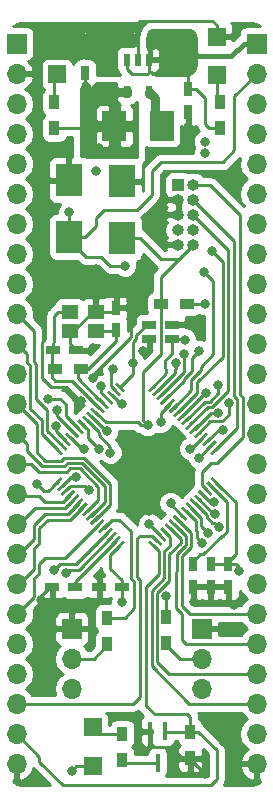
<source format=gbr>
G04 #@! TF.GenerationSoftware,KiCad,Pcbnew,5.0.2-bee76a0~70~ubuntu18.04.1*
G04 #@! TF.CreationDate,2019-01-02T21:11:22-05:00*
G04 #@! TF.ProjectId,stm32 prototype,73746d33-3220-4707-926f-746f74797065,rev?*
G04 #@! TF.SameCoordinates,Original*
G04 #@! TF.FileFunction,Copper,L1,Top*
G04 #@! TF.FilePolarity,Positive*
%FSLAX46Y46*%
G04 Gerber Fmt 4.6, Leading zero omitted, Abs format (unit mm)*
G04 Created by KiCad (PCBNEW 5.0.2-bee76a0~70~ubuntu18.04.1) date Wed 02 Jan 2019 09:11:22 PM EST*
%MOMM*%
%LPD*%
G01*
G04 APERTURE LIST*
G04 #@! TA.AperFunction,ComponentPad*
%ADD10O,1.700000X1.700000*%
G04 #@! TD*
G04 #@! TA.AperFunction,ComponentPad*
%ADD11R,1.700000X1.700000*%
G04 #@! TD*
G04 #@! TA.AperFunction,SMDPad,CuDef*
%ADD12C,0.250000*%
G04 #@! TD*
G04 #@! TA.AperFunction,Conductor*
%ADD13C,0.100000*%
G04 #@! TD*
G04 #@! TA.AperFunction,SMDPad,CuDef*
%ADD14R,1.500000X1.500000*%
G04 #@! TD*
G04 #@! TA.AperFunction,SMDPad,CuDef*
%ADD15R,0.600000X1.050000*%
G04 #@! TD*
G04 #@! TA.AperFunction,SMDPad,CuDef*
%ADD16R,1.400000X1.150000*%
G04 #@! TD*
G04 #@! TA.AperFunction,SMDPad,CuDef*
%ADD17R,0.750000X1.200000*%
G04 #@! TD*
G04 #@! TA.AperFunction,SMDPad,CuDef*
%ADD18R,1.200000X0.750000*%
G04 #@! TD*
G04 #@! TA.AperFunction,SMDPad,CuDef*
%ADD19R,2.000000X2.500000*%
G04 #@! TD*
G04 #@! TA.AperFunction,SMDPad,CuDef*
%ADD20R,0.450000X1.500000*%
G04 #@! TD*
G04 #@! TA.AperFunction,SMDPad,CuDef*
%ADD21R,0.900000X1.200000*%
G04 #@! TD*
G04 #@! TA.AperFunction,SMDPad,CuDef*
%ADD22R,1.200000X0.900000*%
G04 #@! TD*
G04 #@! TA.AperFunction,ComponentPad*
%ADD23O,1.000000X1.000000*%
G04 #@! TD*
G04 #@! TA.AperFunction,ComponentPad*
%ADD24R,1.000000X1.000000*%
G04 #@! TD*
G04 #@! TA.AperFunction,SMDPad,CuDef*
%ADD25R,2.200000X2.800000*%
G04 #@! TD*
G04 #@! TA.AperFunction,ViaPad*
%ADD26C,0.800000*%
G04 #@! TD*
G04 #@! TA.AperFunction,Conductor*
%ADD27C,0.250000*%
G04 #@! TD*
G04 #@! TA.AperFunction,Conductor*
%ADD28C,0.400000*%
G04 #@! TD*
G04 #@! TA.AperFunction,Conductor*
%ADD29C,0.750000*%
G04 #@! TD*
G04 #@! TA.AperFunction,Conductor*
%ADD30C,0.254000*%
G04 #@! TD*
G04 APERTURE END LIST*
D10*
G04 #@! TO.P,J1,25*
G04 #@! TO.N,GND*
X182880000Y-106680000D03*
G04 #@! TO.P,J1,24*
G04 #@! TO.N,PB14*
X182880000Y-104140000D03*
G04 #@! TO.P,J1,23*
G04 #@! TO.N,PB15*
X182880000Y-101600000D03*
G04 #@! TO.P,J1,22*
G04 #@! TO.N,PC6*
X182880000Y-99060000D03*
G04 #@! TO.P,J1,21*
G04 #@! TO.N,PC7*
X182880000Y-96520000D03*
G04 #@! TO.P,J1,20*
G04 #@! TO.N,PC8*
X182880000Y-93980000D03*
G04 #@! TO.P,J1,19*
G04 #@! TO.N,PC9*
X182880000Y-91440000D03*
G04 #@! TO.P,J1,18*
G04 #@! TO.N,PA8_MCO*
X182880000Y-88900000D03*
G04 #@! TO.P,J1,17*
G04 #@! TO.N,PA9_ST_RXD*
X182880000Y-86360000D03*
G04 #@! TO.P,J1,16*
G04 #@! TO.N,PA10_ST_TXD*
X182880000Y-83820000D03*
G04 #@! TO.P,J1,15*
G04 #@! TO.N,PA11_ST_RTS*
X182880000Y-81280000D03*
G04 #@! TO.P,J1,14*
G04 #@! TO.N,PA12_CTS*
X182880000Y-78740000D03*
G04 #@! TO.P,J1,13*
G04 #@! TO.N,PA15*
X182880000Y-76200000D03*
G04 #@! TO.P,J1,12*
G04 #@! TO.N,PC10*
X182880000Y-73660000D03*
G04 #@! TO.P,J1,11*
G04 #@! TO.N,PC11*
X182880000Y-71120000D03*
G04 #@! TO.P,J1,10*
G04 #@! TO.N,PC12*
X182880000Y-68580000D03*
G04 #@! TO.P,J1,9*
G04 #@! TO.N,PD2*
X182880000Y-66040000D03*
G04 #@! TO.P,J1,8*
G04 #@! TO.N,PB4*
X182880000Y-63500000D03*
G04 #@! TO.P,J1,7*
G04 #@! TO.N,PB5_I2C1_SMBA*
X182880000Y-60960000D03*
G04 #@! TO.P,J1,6*
G04 #@! TO.N,PB6_I2C1_SCL*
X182880000Y-58420000D03*
G04 #@! TO.P,J1,5*
G04 #@! TO.N,PB7_I2C1_SDA*
X182880000Y-55880000D03*
G04 #@! TO.P,J1,4*
G04 #@! TO.N,PB8*
X182880000Y-53340000D03*
G04 #@! TO.P,J1,3*
G04 #@! TO.N,PB9*
X182880000Y-50800000D03*
G04 #@! TO.P,J1,2*
G04 #@! TO.N,PC13*
X182880000Y-48260000D03*
D11*
G04 #@! TO.P,J1,1*
G04 #@! TO.N,+5V*
X182880000Y-45720000D03*
G04 #@! TD*
G04 #@! TO.P,J1,1*
G04 #@! TO.N,+5V*
X182880000Y-45720000D03*
D10*
G04 #@! TO.P,J1,2*
G04 #@! TO.N,PC13*
X182880000Y-48260000D03*
G04 #@! TO.P,J1,3*
G04 #@! TO.N,PB9*
X182880000Y-50800000D03*
G04 #@! TO.P,J1,4*
G04 #@! TO.N,PB8*
X182880000Y-53340000D03*
G04 #@! TO.P,J1,5*
G04 #@! TO.N,PB7_I2C1_SDA*
X182880000Y-55880000D03*
G04 #@! TO.P,J1,6*
G04 #@! TO.N,PB6_I2C1_SCL*
X182880000Y-58420000D03*
G04 #@! TO.P,J1,7*
G04 #@! TO.N,PB5_I2C1_SMBA*
X182880000Y-60960000D03*
G04 #@! TO.P,J1,8*
G04 #@! TO.N,PB4*
X182880000Y-63500000D03*
G04 #@! TO.P,J1,9*
G04 #@! TO.N,PD2*
X182880000Y-66040000D03*
G04 #@! TO.P,J1,10*
G04 #@! TO.N,PC12*
X182880000Y-68580000D03*
G04 #@! TO.P,J1,11*
G04 #@! TO.N,PC11*
X182880000Y-71120000D03*
G04 #@! TO.P,J1,12*
G04 #@! TO.N,PC10*
X182880000Y-73660000D03*
G04 #@! TO.P,J1,13*
G04 #@! TO.N,PA15*
X182880000Y-76200000D03*
G04 #@! TO.P,J1,14*
G04 #@! TO.N,PA12_CTS*
X182880000Y-78740000D03*
G04 #@! TO.P,J1,15*
G04 #@! TO.N,PA11_ST_RTS*
X182880000Y-81280000D03*
G04 #@! TO.P,J1,16*
G04 #@! TO.N,PA10_ST_TXD*
X182880000Y-83820000D03*
G04 #@! TO.P,J1,17*
G04 #@! TO.N,PA9_ST_RXD*
X182880000Y-86360000D03*
G04 #@! TO.P,J1,18*
G04 #@! TO.N,PA8_MCO*
X182880000Y-88900000D03*
G04 #@! TO.P,J1,19*
G04 #@! TO.N,PC9*
X182880000Y-91440000D03*
G04 #@! TO.P,J1,20*
G04 #@! TO.N,PC8*
X182880000Y-93980000D03*
G04 #@! TO.P,J1,21*
G04 #@! TO.N,PC7*
X182880000Y-96520000D03*
G04 #@! TO.P,J1,22*
G04 #@! TO.N,PC6*
X182880000Y-99060000D03*
G04 #@! TO.P,J1,23*
G04 #@! TO.N,PB15*
X182880000Y-101600000D03*
G04 #@! TO.P,J1,24*
G04 #@! TO.N,PB14*
X182880000Y-104140000D03*
G04 #@! TO.P,J1,25*
G04 #@! TO.N,GND*
X182880000Y-106680000D03*
G04 #@! TD*
D12*
G04 #@! TO.P,U1,64*
G04 #@! TO.N,+3V3*
X174098858Y-74767841D03*
D13*
G04 #@! TD*
G04 #@! TO.N,+3V3*
G04 #@! TO.C,U1*
G36*
X173833693Y-75209783D02*
X173656916Y-75033006D01*
X174364023Y-74325899D01*
X174540800Y-74502676D01*
X173833693Y-75209783D01*
X173833693Y-75209783D01*
G37*
D12*
G04 #@! TO.P,U1,63*
G04 #@! TO.N,GND*
X174452412Y-75121394D03*
D13*
G04 #@! TD*
G04 #@! TO.N,GND*
G04 #@! TO.C,U1*
G36*
X174187247Y-75563336D02*
X174010470Y-75386559D01*
X174717577Y-74679452D01*
X174894354Y-74856229D01*
X174187247Y-75563336D01*
X174187247Y-75563336D01*
G37*
D12*
G04 #@! TO.P,U1,62*
G04 #@! TO.N,PB9*
X174805965Y-75474948D03*
D13*
G04 #@! TD*
G04 #@! TO.N,PB9*
G04 #@! TO.C,U1*
G36*
X174540800Y-75916890D02*
X174364023Y-75740113D01*
X175071130Y-75033006D01*
X175247907Y-75209783D01*
X174540800Y-75916890D01*
X174540800Y-75916890D01*
G37*
D12*
G04 #@! TO.P,U1,61*
G04 #@! TO.N,PB8*
X175159518Y-75828501D03*
D13*
G04 #@! TD*
G04 #@! TO.N,PB8*
G04 #@! TO.C,U1*
G36*
X174894353Y-76270443D02*
X174717576Y-76093666D01*
X175424683Y-75386559D01*
X175601460Y-75563336D01*
X174894353Y-76270443D01*
X174894353Y-76270443D01*
G37*
D12*
G04 #@! TO.P,U1,60*
G04 #@! TO.N,Net-(R6-Pad1)*
X175513072Y-76182054D03*
D13*
G04 #@! TD*
G04 #@! TO.N,Net-(R6-Pad1)*
G04 #@! TO.C,U1*
G36*
X175247907Y-76623996D02*
X175071130Y-76447219D01*
X175778237Y-75740112D01*
X175955014Y-75916889D01*
X175247907Y-76623996D01*
X175247907Y-76623996D01*
G37*
D12*
G04 #@! TO.P,U1,59*
G04 #@! TO.N,PB7_I2C1_SDA*
X175866625Y-76535608D03*
D13*
G04 #@! TD*
G04 #@! TO.N,PB7_I2C1_SDA*
G04 #@! TO.C,U1*
G36*
X175601460Y-76977550D02*
X175424683Y-76800773D01*
X176131790Y-76093666D01*
X176308567Y-76270443D01*
X175601460Y-76977550D01*
X175601460Y-76977550D01*
G37*
D12*
G04 #@! TO.P,U1,58*
G04 #@! TO.N,PB6_I2C1_SCL*
X176220179Y-76889161D03*
D13*
G04 #@! TD*
G04 #@! TO.N,PB6_I2C1_SCL*
G04 #@! TO.C,U1*
G36*
X175955014Y-77331103D02*
X175778237Y-77154326D01*
X176485344Y-76447219D01*
X176662121Y-76623996D01*
X175955014Y-77331103D01*
X175955014Y-77331103D01*
G37*
D12*
G04 #@! TO.P,U1,57*
G04 #@! TO.N,PB5_I2C1_SMBA*
X176573732Y-77242715D03*
D13*
G04 #@! TD*
G04 #@! TO.N,PB5_I2C1_SMBA*
G04 #@! TO.C,U1*
G36*
X176308567Y-77684657D02*
X176131790Y-77507880D01*
X176838897Y-76800773D01*
X177015674Y-76977550D01*
X176308567Y-77684657D01*
X176308567Y-77684657D01*
G37*
D12*
G04 #@! TO.P,U1,56*
G04 #@! TO.N,PB4*
X176927285Y-77596268D03*
D13*
G04 #@! TD*
G04 #@! TO.N,PB4*
G04 #@! TO.C,U1*
G36*
X176662120Y-78038210D02*
X176485343Y-77861433D01*
X177192450Y-77154326D01*
X177369227Y-77331103D01*
X176662120Y-78038210D01*
X176662120Y-78038210D01*
G37*
D12*
G04 #@! TO.P,U1,55*
G04 #@! TO.N,SWO*
X177280839Y-77949821D03*
D13*
G04 #@! TD*
G04 #@! TO.N,SWO*
G04 #@! TO.C,U1*
G36*
X177015674Y-78391763D02*
X176838897Y-78214986D01*
X177546004Y-77507879D01*
X177722781Y-77684656D01*
X177015674Y-78391763D01*
X177015674Y-78391763D01*
G37*
D12*
G04 #@! TO.P,U1,54*
G04 #@! TO.N,PD2*
X177634392Y-78303375D03*
D13*
G04 #@! TD*
G04 #@! TO.N,PD2*
G04 #@! TO.C,U1*
G36*
X177369227Y-78745317D02*
X177192450Y-78568540D01*
X177899557Y-77861433D01*
X178076334Y-78038210D01*
X177369227Y-78745317D01*
X177369227Y-78745317D01*
G37*
D12*
G04 #@! TO.P,U1,53*
G04 #@! TO.N,PC12*
X177987946Y-78656928D03*
D13*
G04 #@! TD*
G04 #@! TO.N,PC12*
G04 #@! TO.C,U1*
G36*
X177722781Y-79098870D02*
X177546004Y-78922093D01*
X178253111Y-78214986D01*
X178429888Y-78391763D01*
X177722781Y-79098870D01*
X177722781Y-79098870D01*
G37*
D12*
G04 #@! TO.P,U1,52*
G04 #@! TO.N,PC11*
X178341499Y-79010482D03*
D13*
G04 #@! TD*
G04 #@! TO.N,PC11*
G04 #@! TO.C,U1*
G36*
X178076334Y-79452424D02*
X177899557Y-79275647D01*
X178606664Y-78568540D01*
X178783441Y-78745317D01*
X178076334Y-79452424D01*
X178076334Y-79452424D01*
G37*
D12*
G04 #@! TO.P,U1,51*
G04 #@! TO.N,PC10*
X178695052Y-79364035D03*
D13*
G04 #@! TD*
G04 #@! TO.N,PC10*
G04 #@! TO.C,U1*
G36*
X178429887Y-79805977D02*
X178253110Y-79629200D01*
X178960217Y-78922093D01*
X179136994Y-79098870D01*
X178429887Y-79805977D01*
X178429887Y-79805977D01*
G37*
D12*
G04 #@! TO.P,U1,50*
G04 #@! TO.N,PA15*
X179048606Y-79717588D03*
D13*
G04 #@! TD*
G04 #@! TO.N,PA15*
G04 #@! TO.C,U1*
G36*
X178783441Y-80159530D02*
X178606664Y-79982753D01*
X179313771Y-79275646D01*
X179490548Y-79452423D01*
X178783441Y-80159530D01*
X178783441Y-80159530D01*
G37*
D12*
G04 #@! TO.P,U1,49*
G04 #@! TO.N,TCK_SWCLK*
X179402159Y-80071142D03*
D13*
G04 #@! TD*
G04 #@! TO.N,TCK_SWCLK*
G04 #@! TO.C,U1*
G36*
X179136994Y-80513084D02*
X178960217Y-80336307D01*
X179667324Y-79629200D01*
X179844101Y-79805977D01*
X179136994Y-80513084D01*
X179136994Y-80513084D01*
G37*
D12*
G04 #@! TO.P,U1,48*
G04 #@! TO.N,+3V3*
X179402159Y-82828858D03*
D13*
G04 #@! TD*
G04 #@! TO.N,+3V3*
G04 #@! TO.C,U1*
G36*
X178960217Y-82563693D02*
X179136994Y-82386916D01*
X179844101Y-83094023D01*
X179667324Y-83270800D01*
X178960217Y-82563693D01*
X178960217Y-82563693D01*
G37*
D12*
G04 #@! TO.P,U1,47*
G04 #@! TO.N,Net-(C14-Pad2)*
X179048606Y-83182412D03*
D13*
G04 #@! TD*
G04 #@! TO.N,Net-(C14-Pad2)*
G04 #@! TO.C,U1*
G36*
X178606664Y-82917247D02*
X178783441Y-82740470D01*
X179490548Y-83447577D01*
X179313771Y-83624354D01*
X178606664Y-82917247D01*
X178606664Y-82917247D01*
G37*
D12*
G04 #@! TO.P,U1,46*
G04 #@! TO.N,TMS_SWDIO*
X178695052Y-83535965D03*
D13*
G04 #@! TD*
G04 #@! TO.N,TMS_SWDIO*
G04 #@! TO.C,U1*
G36*
X178253110Y-83270800D02*
X178429887Y-83094023D01*
X179136994Y-83801130D01*
X178960217Y-83977907D01*
X178253110Y-83270800D01*
X178253110Y-83270800D01*
G37*
D12*
G04 #@! TO.P,U1,45*
G04 #@! TO.N,PA12_CTS*
X178341499Y-83889518D03*
D13*
G04 #@! TD*
G04 #@! TO.N,PA12_CTS*
G04 #@! TO.C,U1*
G36*
X177899557Y-83624353D02*
X178076334Y-83447576D01*
X178783441Y-84154683D01*
X178606664Y-84331460D01*
X177899557Y-83624353D01*
X177899557Y-83624353D01*
G37*
D12*
G04 #@! TO.P,U1,44*
G04 #@! TO.N,PA11_ST_RTS*
X177987946Y-84243072D03*
D13*
G04 #@! TD*
G04 #@! TO.N,PA11_ST_RTS*
G04 #@! TO.C,U1*
G36*
X177546004Y-83977907D02*
X177722781Y-83801130D01*
X178429888Y-84508237D01*
X178253111Y-84685014D01*
X177546004Y-83977907D01*
X177546004Y-83977907D01*
G37*
D12*
G04 #@! TO.P,U1,43*
G04 #@! TO.N,PA10_ST_TXD*
X177634392Y-84596625D03*
D13*
G04 #@! TD*
G04 #@! TO.N,PA10_ST_TXD*
G04 #@! TO.C,U1*
G36*
X177192450Y-84331460D02*
X177369227Y-84154683D01*
X178076334Y-84861790D01*
X177899557Y-85038567D01*
X177192450Y-84331460D01*
X177192450Y-84331460D01*
G37*
D12*
G04 #@! TO.P,U1,42*
G04 #@! TO.N,PA9_ST_RXD*
X177280839Y-84950179D03*
D13*
G04 #@! TD*
G04 #@! TO.N,PA9_ST_RXD*
G04 #@! TO.C,U1*
G36*
X176838897Y-84685014D02*
X177015674Y-84508237D01*
X177722781Y-85215344D01*
X177546004Y-85392121D01*
X176838897Y-84685014D01*
X176838897Y-84685014D01*
G37*
D12*
G04 #@! TO.P,U1,41*
G04 #@! TO.N,PA8_MCO*
X176927285Y-85303732D03*
D13*
G04 #@! TD*
G04 #@! TO.N,PA8_MCO*
G04 #@! TO.C,U1*
G36*
X176485343Y-85038567D02*
X176662120Y-84861790D01*
X177369227Y-85568897D01*
X177192450Y-85745674D01*
X176485343Y-85038567D01*
X176485343Y-85038567D01*
G37*
D12*
G04 #@! TO.P,U1,40*
G04 #@! TO.N,PC9*
X176573732Y-85657285D03*
D13*
G04 #@! TD*
G04 #@! TO.N,PC9*
G04 #@! TO.C,U1*
G36*
X176131790Y-85392120D02*
X176308567Y-85215343D01*
X177015674Y-85922450D01*
X176838897Y-86099227D01*
X176131790Y-85392120D01*
X176131790Y-85392120D01*
G37*
D12*
G04 #@! TO.P,U1,39*
G04 #@! TO.N,PC8*
X176220179Y-86010839D03*
D13*
G04 #@! TD*
G04 #@! TO.N,PC8*
G04 #@! TO.C,U1*
G36*
X175778237Y-85745674D02*
X175955014Y-85568897D01*
X176662121Y-86276004D01*
X176485344Y-86452781D01*
X175778237Y-85745674D01*
X175778237Y-85745674D01*
G37*
D12*
G04 #@! TO.P,U1,38*
G04 #@! TO.N,PC7*
X175866625Y-86364392D03*
D13*
G04 #@! TD*
G04 #@! TO.N,PC7*
G04 #@! TO.C,U1*
G36*
X175424683Y-86099227D02*
X175601460Y-85922450D01*
X176308567Y-86629557D01*
X176131790Y-86806334D01*
X175424683Y-86099227D01*
X175424683Y-86099227D01*
G37*
D12*
G04 #@! TO.P,U1,37*
G04 #@! TO.N,PC6*
X175513072Y-86717946D03*
D13*
G04 #@! TD*
G04 #@! TO.N,PC6*
G04 #@! TO.C,U1*
G36*
X175071130Y-86452781D02*
X175247907Y-86276004D01*
X175955014Y-86983111D01*
X175778237Y-87159888D01*
X175071130Y-86452781D01*
X175071130Y-86452781D01*
G37*
D12*
G04 #@! TO.P,U1,36*
G04 #@! TO.N,PB15*
X175159518Y-87071499D03*
D13*
G04 #@! TD*
G04 #@! TO.N,PB15*
G04 #@! TO.C,U1*
G36*
X174717576Y-86806334D02*
X174894353Y-86629557D01*
X175601460Y-87336664D01*
X175424683Y-87513441D01*
X174717576Y-86806334D01*
X174717576Y-86806334D01*
G37*
D12*
G04 #@! TO.P,U1,35*
G04 #@! TO.N,PB14*
X174805965Y-87425052D03*
D13*
G04 #@! TD*
G04 #@! TO.N,PB14*
G04 #@! TO.C,U1*
G36*
X174364023Y-87159887D02*
X174540800Y-86983110D01*
X175247907Y-87690217D01*
X175071130Y-87866994D01*
X174364023Y-87159887D01*
X174364023Y-87159887D01*
G37*
D12*
G04 #@! TO.P,U1,34*
G04 #@! TO.N,PB13*
X174452412Y-87778606D03*
D13*
G04 #@! TD*
G04 #@! TO.N,PB13*
G04 #@! TO.C,U1*
G36*
X174010470Y-87513441D02*
X174187247Y-87336664D01*
X174894354Y-88043771D01*
X174717577Y-88220548D01*
X174010470Y-87513441D01*
X174010470Y-87513441D01*
G37*
D12*
G04 #@! TO.P,U1,33*
G04 #@! TO.N,PB12*
X174098858Y-88132159D03*
D13*
G04 #@! TD*
G04 #@! TO.N,PB12*
G04 #@! TO.C,U1*
G36*
X173656916Y-87866994D02*
X173833693Y-87690217D01*
X174540800Y-88397324D01*
X174364023Y-88574101D01*
X173656916Y-87866994D01*
X173656916Y-87866994D01*
G37*
D12*
G04 #@! TO.P,U1,32*
G04 #@! TO.N,+3V3*
X171341142Y-88132159D03*
D13*
G04 #@! TD*
G04 #@! TO.N,+3V3*
G04 #@! TO.C,U1*
G36*
X171075977Y-88574101D02*
X170899200Y-88397324D01*
X171606307Y-87690217D01*
X171783084Y-87866994D01*
X171075977Y-88574101D01*
X171075977Y-88574101D01*
G37*
D12*
G04 #@! TO.P,U1,31*
G04 #@! TO.N,Net-(C13-Pad2)*
X170987588Y-87778606D03*
D13*
G04 #@! TD*
G04 #@! TO.N,Net-(C13-Pad2)*
G04 #@! TO.C,U1*
G36*
X170722423Y-88220548D02*
X170545646Y-88043771D01*
X171252753Y-87336664D01*
X171429530Y-87513441D01*
X170722423Y-88220548D01*
X170722423Y-88220548D01*
G37*
D12*
G04 #@! TO.P,U1,30*
G04 #@! TO.N,PB11*
X170634035Y-87425052D03*
D13*
G04 #@! TD*
G04 #@! TO.N,PB11*
G04 #@! TO.C,U1*
G36*
X170368870Y-87866994D02*
X170192093Y-87690217D01*
X170899200Y-86983110D01*
X171075977Y-87159887D01*
X170368870Y-87866994D01*
X170368870Y-87866994D01*
G37*
D12*
G04 #@! TO.P,U1,29*
G04 #@! TO.N,PB10*
X170280482Y-87071499D03*
D13*
G04 #@! TD*
G04 #@! TO.N,PB10*
G04 #@! TO.C,U1*
G36*
X170015317Y-87513441D02*
X169838540Y-87336664D01*
X170545647Y-86629557D01*
X170722424Y-86806334D01*
X170015317Y-87513441D01*
X170015317Y-87513441D01*
G37*
D12*
G04 #@! TO.P,U1,28*
G04 #@! TO.N,Net-(R8-Pad1)*
X169926928Y-86717946D03*
D13*
G04 #@! TD*
G04 #@! TO.N,Net-(R8-Pad1)*
G04 #@! TO.C,U1*
G36*
X169661763Y-87159888D02*
X169484986Y-86983111D01*
X170192093Y-86276004D01*
X170368870Y-86452781D01*
X169661763Y-87159888D01*
X169661763Y-87159888D01*
G37*
D12*
G04 #@! TO.P,U1,27*
G04 #@! TO.N,PB1*
X169573375Y-86364392D03*
D13*
G04 #@! TD*
G04 #@! TO.N,PB1*
G04 #@! TO.C,U1*
G36*
X169308210Y-86806334D02*
X169131433Y-86629557D01*
X169838540Y-85922450D01*
X170015317Y-86099227D01*
X169308210Y-86806334D01*
X169308210Y-86806334D01*
G37*
D12*
G04 #@! TO.P,U1,26*
G04 #@! TO.N,PB0*
X169219821Y-86010839D03*
D13*
G04 #@! TD*
G04 #@! TO.N,PB0*
G04 #@! TO.C,U1*
G36*
X168954656Y-86452781D02*
X168777879Y-86276004D01*
X169484986Y-85568897D01*
X169661763Y-85745674D01*
X168954656Y-86452781D01*
X168954656Y-86452781D01*
G37*
D12*
G04 #@! TO.P,U1,25*
G04 #@! TO.N,PC5*
X168866268Y-85657285D03*
D13*
G04 #@! TD*
G04 #@! TO.N,PC5*
G04 #@! TO.C,U1*
G36*
X168601103Y-86099227D02*
X168424326Y-85922450D01*
X169131433Y-85215343D01*
X169308210Y-85392120D01*
X168601103Y-86099227D01*
X168601103Y-86099227D01*
G37*
D12*
G04 #@! TO.P,U1,24*
G04 #@! TO.N,PC4*
X168512715Y-85303732D03*
D13*
G04 #@! TD*
G04 #@! TO.N,PC4*
G04 #@! TO.C,U1*
G36*
X168247550Y-85745674D02*
X168070773Y-85568897D01*
X168777880Y-84861790D01*
X168954657Y-85038567D01*
X168247550Y-85745674D01*
X168247550Y-85745674D01*
G37*
D12*
G04 #@! TO.P,U1,23*
G04 #@! TO.N,PA7_SPI1_MOSI*
X168159161Y-84950179D03*
D13*
G04 #@! TD*
G04 #@! TO.N,PA7_SPI1_MOSI*
G04 #@! TO.C,U1*
G36*
X167893996Y-85392121D02*
X167717219Y-85215344D01*
X168424326Y-84508237D01*
X168601103Y-84685014D01*
X167893996Y-85392121D01*
X167893996Y-85392121D01*
G37*
D12*
G04 #@! TO.P,U1,22*
G04 #@! TO.N,PA6_SPI1_MISO*
X167805608Y-84596625D03*
D13*
G04 #@! TD*
G04 #@! TO.N,PA6_SPI1_MISO*
G04 #@! TO.C,U1*
G36*
X167540443Y-85038567D02*
X167363666Y-84861790D01*
X168070773Y-84154683D01*
X168247550Y-84331460D01*
X167540443Y-85038567D01*
X167540443Y-85038567D01*
G37*
D12*
G04 #@! TO.P,U1,21*
G04 #@! TO.N,PA5_SPI1_SCK*
X167452054Y-84243072D03*
D13*
G04 #@! TD*
G04 #@! TO.N,PA5_SPI1_SCK*
G04 #@! TO.C,U1*
G36*
X167186889Y-84685014D02*
X167010112Y-84508237D01*
X167717219Y-83801130D01*
X167893996Y-83977907D01*
X167186889Y-84685014D01*
X167186889Y-84685014D01*
G37*
D12*
G04 #@! TO.P,U1,20*
G04 #@! TO.N,PA4_SPI1_NSS*
X167098501Y-83889518D03*
D13*
G04 #@! TD*
G04 #@! TO.N,PA4_SPI1_NSS*
G04 #@! TO.C,U1*
G36*
X166833336Y-84331460D02*
X166656559Y-84154683D01*
X167363666Y-83447576D01*
X167540443Y-83624353D01*
X166833336Y-84331460D01*
X166833336Y-84331460D01*
G37*
D12*
G04 #@! TO.P,U1,19*
G04 #@! TO.N,+3V3*
X166744948Y-83535965D03*
D13*
G04 #@! TD*
G04 #@! TO.N,+3V3*
G04 #@! TO.C,U1*
G36*
X166479783Y-83977907D02*
X166303006Y-83801130D01*
X167010113Y-83094023D01*
X167186890Y-83270800D01*
X166479783Y-83977907D01*
X166479783Y-83977907D01*
G37*
D12*
G04 #@! TO.P,U1,18*
G04 #@! TO.N,GND*
X166391394Y-83182412D03*
D13*
G04 #@! TD*
G04 #@! TO.N,GND*
G04 #@! TO.C,U1*
G36*
X166126229Y-83624354D02*
X165949452Y-83447577D01*
X166656559Y-82740470D01*
X166833336Y-82917247D01*
X166126229Y-83624354D01*
X166126229Y-83624354D01*
G37*
D12*
G04 #@! TO.P,U1,17*
G04 #@! TO.N,PA3*
X166037841Y-82828858D03*
D13*
G04 #@! TD*
G04 #@! TO.N,PA3*
G04 #@! TO.C,U1*
G36*
X165772676Y-83270800D02*
X165595899Y-83094023D01*
X166303006Y-82386916D01*
X166479783Y-82563693D01*
X165772676Y-83270800D01*
X165772676Y-83270800D01*
G37*
D12*
G04 #@! TO.P,U1,16*
G04 #@! TO.N,PA2*
X166037841Y-80071142D03*
D13*
G04 #@! TD*
G04 #@! TO.N,PA2*
G04 #@! TO.C,U1*
G36*
X165595899Y-79805977D02*
X165772676Y-79629200D01*
X166479783Y-80336307D01*
X166303006Y-80513084D01*
X165595899Y-79805977D01*
X165595899Y-79805977D01*
G37*
D12*
G04 #@! TO.P,U1,15*
G04 #@! TO.N,PA1*
X166391394Y-79717588D03*
D13*
G04 #@! TD*
G04 #@! TO.N,PA1*
G04 #@! TO.C,U1*
G36*
X165949452Y-79452423D02*
X166126229Y-79275646D01*
X166833336Y-79982753D01*
X166656559Y-80159530D01*
X165949452Y-79452423D01*
X165949452Y-79452423D01*
G37*
D12*
G04 #@! TO.P,U1,14*
G04 #@! TO.N,PA0*
X166744948Y-79364035D03*
D13*
G04 #@! TD*
G04 #@! TO.N,PA0*
G04 #@! TO.C,U1*
G36*
X166303006Y-79098870D02*
X166479783Y-78922093D01*
X167186890Y-79629200D01*
X167010113Y-79805977D01*
X166303006Y-79098870D01*
X166303006Y-79098870D01*
G37*
D12*
G04 #@! TO.P,U1,13*
G04 #@! TO.N,+3V3*
X167098501Y-79010482D03*
D13*
G04 #@! TD*
G04 #@! TO.N,+3V3*
G04 #@! TO.C,U1*
G36*
X166656559Y-78745317D02*
X166833336Y-78568540D01*
X167540443Y-79275647D01*
X167363666Y-79452424D01*
X166656559Y-78745317D01*
X166656559Y-78745317D01*
G37*
D12*
G04 #@! TO.P,U1,12*
G04 #@! TO.N,GND*
X167452054Y-78656928D03*
D13*
G04 #@! TD*
G04 #@! TO.N,GND*
G04 #@! TO.C,U1*
G36*
X167010112Y-78391763D02*
X167186889Y-78214986D01*
X167893996Y-78922093D01*
X167717219Y-79098870D01*
X167010112Y-78391763D01*
X167010112Y-78391763D01*
G37*
D12*
G04 #@! TO.P,U1,11*
G04 #@! TO.N,PC3*
X167805608Y-78303375D03*
D13*
G04 #@! TD*
G04 #@! TO.N,PC3*
G04 #@! TO.C,U1*
G36*
X167363666Y-78038210D02*
X167540443Y-77861433D01*
X168247550Y-78568540D01*
X168070773Y-78745317D01*
X167363666Y-78038210D01*
X167363666Y-78038210D01*
G37*
D12*
G04 #@! TO.P,U1,10*
G04 #@! TO.N,PC2*
X168159161Y-77949821D03*
D13*
G04 #@! TD*
G04 #@! TO.N,PC2*
G04 #@! TO.C,U1*
G36*
X167717219Y-77684656D02*
X167893996Y-77507879D01*
X168601103Y-78214986D01*
X168424326Y-78391763D01*
X167717219Y-77684656D01*
X167717219Y-77684656D01*
G37*
D12*
G04 #@! TO.P,U1,9*
G04 #@! TO.N,PC1*
X168512715Y-77596268D03*
D13*
G04 #@! TD*
G04 #@! TO.N,PC1*
G04 #@! TO.C,U1*
G36*
X168070773Y-77331103D02*
X168247550Y-77154326D01*
X168954657Y-77861433D01*
X168777880Y-78038210D01*
X168070773Y-77331103D01*
X168070773Y-77331103D01*
G37*
D12*
G04 #@! TO.P,U1,8*
G04 #@! TO.N,PC0*
X168866268Y-77242715D03*
D13*
G04 #@! TD*
G04 #@! TO.N,PC0*
G04 #@! TO.C,U1*
G36*
X168424326Y-76977550D02*
X168601103Y-76800773D01*
X169308210Y-77507880D01*
X169131433Y-77684657D01*
X168424326Y-76977550D01*
X168424326Y-76977550D01*
G37*
D12*
G04 #@! TO.P,U1,7*
G04 #@! TO.N,NRST*
X169219821Y-76889161D03*
D13*
G04 #@! TD*
G04 #@! TO.N,NRST*
G04 #@! TO.C,U1*
G36*
X168777879Y-76623996D02*
X168954656Y-76447219D01*
X169661763Y-77154326D01*
X169484986Y-77331103D01*
X168777879Y-76623996D01*
X168777879Y-76623996D01*
G37*
D12*
G04 #@! TO.P,U1,6*
G04 #@! TO.N,Net-(C17-Pad1)*
X169573375Y-76535608D03*
D13*
G04 #@! TD*
G04 #@! TO.N,Net-(C17-Pad1)*
G04 #@! TO.C,U1*
G36*
X169131433Y-76270443D02*
X169308210Y-76093666D01*
X170015317Y-76800773D01*
X169838540Y-76977550D01*
X169131433Y-76270443D01*
X169131433Y-76270443D01*
G37*
D12*
G04 #@! TO.P,U1,5*
G04 #@! TO.N,Net-(C15-Pad1)*
X169926928Y-76182054D03*
D13*
G04 #@! TD*
G04 #@! TO.N,Net-(C15-Pad1)*
G04 #@! TO.C,U1*
G36*
X169484986Y-75916889D02*
X169661763Y-75740112D01*
X170368870Y-76447219D01*
X170192093Y-76623996D01*
X169484986Y-75916889D01*
X169484986Y-75916889D01*
G37*
D12*
G04 #@! TO.P,U1,4*
G04 #@! TO.N,PC15*
X170280482Y-75828501D03*
D13*
G04 #@! TD*
G04 #@! TO.N,PC15*
G04 #@! TO.C,U1*
G36*
X169838540Y-75563336D02*
X170015317Y-75386559D01*
X170722424Y-76093666D01*
X170545647Y-76270443D01*
X169838540Y-75563336D01*
X169838540Y-75563336D01*
G37*
D12*
G04 #@! TO.P,U1,3*
G04 #@! TO.N,PC14*
X170634035Y-75474948D03*
D13*
G04 #@! TD*
G04 #@! TO.N,PC14*
G04 #@! TO.C,U1*
G36*
X170192093Y-75209783D02*
X170368870Y-75033006D01*
X171075977Y-75740113D01*
X170899200Y-75916890D01*
X170192093Y-75209783D01*
X170192093Y-75209783D01*
G37*
D12*
G04 #@! TO.P,U1,2*
G04 #@! TO.N,PC13*
X170987588Y-75121394D03*
D13*
G04 #@! TD*
G04 #@! TO.N,PC13*
G04 #@! TO.C,U1*
G36*
X170545646Y-74856229D02*
X170722423Y-74679452D01*
X171429530Y-75386559D01*
X171252753Y-75563336D01*
X170545646Y-74856229D01*
X170545646Y-74856229D01*
G37*
D12*
G04 #@! TO.P,U1,1*
G04 #@! TO.N,+3V3*
X171341142Y-74767841D03*
D13*
G04 #@! TD*
G04 #@! TO.N,+3V3*
G04 #@! TO.C,U1*
G36*
X170899200Y-74502676D02*
X171075977Y-74325899D01*
X171783084Y-75033006D01*
X171606307Y-75209783D01*
X170899200Y-74502676D01*
X170899200Y-74502676D01*
G37*
D14*
G04 #@! TO.P,D4,1*
G04 #@! TO.N,Net-(D4-Pad1)*
X169000000Y-103600000D03*
G04 #@! TO.P,D4,2*
G04 #@! TO.N,+3V3*
X169000000Y-106900000D03*
G04 #@! TD*
G04 #@! TO.P,3v3,1*
G04 #@! TO.N,GND*
X166000000Y-45000000D03*
G04 #@! TO.P,3v3,2*
G04 #@! TO.N,Net-(D12-Pad2)*
X166000000Y-48300000D03*
G04 #@! TD*
G04 #@! TO.P,5v,2*
G04 #@! TO.N,Net-(D13-Pad2)*
X179500000Y-48400000D03*
G04 #@! TO.P,5v,1*
G04 #@! TO.N,GND*
X179500000Y-45100000D03*
G04 #@! TD*
D15*
G04 #@! TO.P,U7,5*
G04 #@! TO.N,Net-(L3-Pad2)*
X173802813Y-49769416D03*
G04 #@! TO.P,U7,4*
G04 #@! TO.N,+3V3*
X171902813Y-49769416D03*
G04 #@! TO.P,U7,3*
G04 #@! TO.N,+5V*
X171902813Y-47069416D03*
G04 #@! TO.P,U7,2*
G04 #@! TO.N,GND*
X172852813Y-47069416D03*
G04 #@! TO.P,U7,1*
G04 #@! TO.N,+5V*
X173802813Y-47069416D03*
G04 #@! TD*
D10*
G04 #@! TO.P,J10,3*
G04 #@! TO.N,+3V3*
X167250000Y-100330000D03*
G04 #@! TO.P,J10,2*
G04 #@! TO.N,Net-(J10-Pad2)*
X167250000Y-97790000D03*
D11*
G04 #@! TO.P,J10,1*
G04 #@! TO.N,GND*
X167250000Y-95250000D03*
G04 #@! TD*
D16*
G04 #@! TO.P,Y2,4*
G04 #@! TO.N,Net-(C17-Pad1)*
X167050000Y-68400000D03*
G04 #@! TO.P,Y2,3*
G04 #@! TO.N,GND*
X169250000Y-68400000D03*
G04 #@! TO.P,Y2,2*
G04 #@! TO.N,Net-(C15-Pad1)*
X169250000Y-70000000D03*
G04 #@! TO.P,Y2,1*
G04 #@! TO.N,GND*
X167050000Y-70000000D03*
G04 #@! TD*
D10*
G04 #@! TO.P,J1,25*
G04 #@! TO.N,GND*
X182880000Y-106680000D03*
G04 #@! TO.P,J1,24*
G04 #@! TO.N,PB14*
X182880000Y-104140000D03*
G04 #@! TO.P,J1,23*
G04 #@! TO.N,PB15*
X182880000Y-101600000D03*
G04 #@! TO.P,J1,22*
G04 #@! TO.N,PC6*
X182880000Y-99060000D03*
G04 #@! TO.P,J1,21*
G04 #@! TO.N,PC7*
X182880000Y-96520000D03*
G04 #@! TO.P,J1,20*
G04 #@! TO.N,PC8*
X182880000Y-93980000D03*
G04 #@! TO.P,J1,19*
G04 #@! TO.N,PC9*
X182880000Y-91440000D03*
G04 #@! TO.P,J1,18*
G04 #@! TO.N,PA8_MCO*
X182880000Y-88900000D03*
G04 #@! TO.P,J1,17*
G04 #@! TO.N,PA9_ST_RXD*
X182880000Y-86360000D03*
G04 #@! TO.P,J1,16*
G04 #@! TO.N,PA10_ST_TXD*
X182880000Y-83820000D03*
G04 #@! TO.P,J1,15*
G04 #@! TO.N,PA11_ST_RTS*
X182880000Y-81280000D03*
G04 #@! TO.P,J1,14*
G04 #@! TO.N,PA12_CTS*
X182880000Y-78740000D03*
G04 #@! TO.P,J1,13*
G04 #@! TO.N,PA15*
X182880000Y-76200000D03*
G04 #@! TO.P,J1,12*
G04 #@! TO.N,PC10*
X182880000Y-73660000D03*
G04 #@! TO.P,J1,11*
G04 #@! TO.N,PC11*
X182880000Y-71120000D03*
G04 #@! TO.P,J1,10*
G04 #@! TO.N,PC12*
X182880000Y-68580000D03*
G04 #@! TO.P,J1,9*
G04 #@! TO.N,PD2*
X182880000Y-66040000D03*
G04 #@! TO.P,J1,8*
G04 #@! TO.N,PB4*
X182880000Y-63500000D03*
G04 #@! TO.P,J1,7*
G04 #@! TO.N,PB5_I2C1_SMBA*
X182880000Y-60960000D03*
G04 #@! TO.P,J1,6*
G04 #@! TO.N,PB6_I2C1_SCL*
X182880000Y-58420000D03*
G04 #@! TO.P,J1,5*
G04 #@! TO.N,PB7_I2C1_SDA*
X182880000Y-55880000D03*
G04 #@! TO.P,J1,4*
G04 #@! TO.N,PB8*
X182880000Y-53340000D03*
G04 #@! TO.P,J1,3*
G04 #@! TO.N,PB9*
X182880000Y-50800000D03*
G04 #@! TO.P,J1,2*
G04 #@! TO.N,PC13*
X182880000Y-48260000D03*
D11*
G04 #@! TO.P,J1,1*
G04 #@! TO.N,+5V*
X182880000Y-45720000D03*
G04 #@! TD*
G04 #@! TO.P,J8,1*
G04 #@! TO.N,+3V3*
X162560000Y-45720000D03*
D10*
G04 #@! TO.P,J8,2*
G04 #@! TO.N,GND*
X162560000Y-48260000D03*
G04 #@! TO.P,J8,3*
G04 #@! TO.N,PC1*
X162560000Y-50800000D03*
G04 #@! TO.P,J8,4*
G04 #@! TO.N,PC2*
X162560000Y-53340000D03*
G04 #@! TO.P,J8,5*
G04 #@! TO.N,PC0*
X162560000Y-55880000D03*
G04 #@! TO.P,J8,6*
G04 #@! TO.N,PC14*
X162560000Y-58420000D03*
G04 #@! TO.P,J8,7*
G04 #@! TO.N,PC15*
X162560000Y-60960000D03*
G04 #@! TO.P,J8,8*
G04 #@! TO.N,PC3*
X162560000Y-63500000D03*
G04 #@! TO.P,J8,9*
G04 #@! TO.N,PA0*
X162560000Y-66040000D03*
G04 #@! TO.P,J8,10*
G04 #@! TO.N,PA1*
X162560000Y-68580000D03*
G04 #@! TO.P,J8,11*
G04 #@! TO.N,PA2*
X162560000Y-71120000D03*
G04 #@! TO.P,J8,12*
G04 #@! TO.N,PA3*
X162560000Y-73660000D03*
G04 #@! TO.P,J8,13*
G04 #@! TO.N,PB0*
X162560000Y-76200000D03*
G04 #@! TO.P,J8,14*
G04 #@! TO.N,PC5*
X162560000Y-78740000D03*
G04 #@! TO.P,J8,15*
G04 #@! TO.N,PC4*
X162560000Y-81280000D03*
G04 #@! TO.P,J8,16*
G04 #@! TO.N,PA4_SPI1_NSS*
X162560000Y-83820000D03*
G04 #@! TO.P,J8,17*
G04 #@! TO.N,PA5_SPI1_SCK*
X162560000Y-86360000D03*
G04 #@! TO.P,J8,18*
G04 #@! TO.N,PA6_SPI1_MISO*
X162560000Y-88900000D03*
G04 #@! TO.P,J8,19*
G04 #@! TO.N,PA7_SPI1_MOSI*
X162560000Y-91440000D03*
G04 #@! TO.P,J8,20*
G04 #@! TO.N,PB1*
X162560000Y-93980000D03*
G04 #@! TO.P,J8,21*
G04 #@! TO.N,PB10*
X162560000Y-96520000D03*
G04 #@! TO.P,J8,22*
G04 #@! TO.N,PB11*
X162560000Y-99060000D03*
G04 #@! TO.P,J8,23*
G04 #@! TO.N,PB13*
X162560000Y-101600000D03*
G04 #@! TO.P,J8,24*
G04 #@! TO.N,PB12*
X162560000Y-104140000D03*
G04 #@! TO.P,J8,25*
G04 #@! TO.N,GND*
X162560000Y-106680000D03*
G04 #@! TD*
G04 #@! TO.P,J9,3*
G04 #@! TO.N,+3V3*
X178250000Y-100330000D03*
G04 #@! TO.P,J9,2*
G04 #@! TO.N,Net-(J9-Pad2)*
X178250000Y-97790000D03*
D11*
G04 #@! TO.P,J9,1*
G04 #@! TO.N,GND*
X178250000Y-95250000D03*
G04 #@! TD*
D17*
G04 #@! TO.P,C1,2*
G04 #@! TO.N,+3V3*
X179000000Y-89800000D03*
G04 #@! TO.P,C1,1*
G04 #@! TO.N,GND*
X179000000Y-91700000D03*
G04 #@! TD*
D18*
G04 #@! TO.P,C13,2*
G04 #@! TO.N,Net-(C13-Pad2)*
X167500000Y-91750000D03*
G04 #@! TO.P,C13,1*
G04 #@! TO.N,GND*
X165600000Y-91750000D03*
G04 #@! TD*
D17*
G04 #@! TO.P,C14,1*
G04 #@! TO.N,GND*
X177500000Y-91700000D03*
G04 #@! TO.P,C14,2*
G04 #@! TO.N,Net-(C14-Pad2)*
X177500000Y-89800000D03*
G04 #@! TD*
G04 #@! TO.P,C15,2*
G04 #@! TO.N,GND*
X171000000Y-68050000D03*
G04 #@! TO.P,C15,1*
G04 #@! TO.N,Net-(C15-Pad1)*
X171000000Y-69950000D03*
G04 #@! TD*
D18*
G04 #@! TO.P,C17,1*
G04 #@! TO.N,Net-(C17-Pad1)*
X165670000Y-71675000D03*
G04 #@! TO.P,C17,2*
G04 #@! TO.N,GND*
X167570000Y-71675000D03*
G04 #@! TD*
G04 #@! TO.P,C18,2*
G04 #@! TO.N,+3V3*
X173800000Y-69500000D03*
G04 #@! TO.P,C18,1*
G04 #@! TO.N,GND*
X175700000Y-69500000D03*
G04 #@! TD*
G04 #@! TO.P,C21,2*
G04 #@! TO.N,+3V3*
X171450000Y-91750000D03*
G04 #@! TO.P,C21,1*
G04 #@! TO.N,GND*
X169550000Y-91750000D03*
G04 #@! TD*
D17*
G04 #@! TO.P,C22,1*
G04 #@! TO.N,GND*
X180500000Y-91700000D03*
G04 #@! TO.P,C22,2*
G04 #@! TO.N,+3V3*
X180500000Y-89800000D03*
G04 #@! TD*
D18*
G04 #@! TO.P,C23,2*
G04 #@! TO.N,+3V3*
X175700000Y-70750000D03*
G04 #@! TO.P,C23,1*
G04 #@! TO.N,GND*
X173800000Y-70750000D03*
G04 #@! TD*
D17*
G04 #@! TO.P,C42,1*
G04 #@! TO.N,+5V*
X177115000Y-49585000D03*
G04 #@! TO.P,C42,2*
G04 #@! TO.N,GND*
X177115000Y-51485000D03*
G04 #@! TD*
G04 #@! TO.P,C43,2*
G04 #@! TO.N,GND*
X168363000Y-46293000D03*
G04 #@! TO.P,C43,1*
G04 #@! TO.N,+3V3*
X168363000Y-48193000D03*
G04 #@! TD*
D19*
G04 #@! TO.P,L3,2*
G04 #@! TO.N,Net-(L3-Pad2)*
X174852813Y-52669416D03*
G04 #@! TO.P,L3,1*
G04 #@! TO.N,+3V3*
X170852813Y-52669416D03*
G04 #@! TD*
D20*
G04 #@! TO.P,Q1,3*
G04 #@! TO.N,Net-(Q1-Pad3)*
X174500000Y-106580000D03*
G04 #@! TO.P,Q1,2*
G04 #@! TO.N,GND*
X173850000Y-103920000D03*
G04 #@! TO.P,Q1,1*
G04 #@! TO.N,PB12*
X175150000Y-103920000D03*
G04 #@! TD*
D21*
G04 #@! TO.P,R1,2*
G04 #@! TO.N,GND*
X177250000Y-106200000D03*
G04 #@! TO.P,R1,1*
G04 #@! TO.N,PB12*
X177250000Y-104000000D03*
G04 #@! TD*
G04 #@! TO.P,R2,1*
G04 #@! TO.N,Net-(D4-Pad1)*
X171500000Y-104150000D03*
G04 #@! TO.P,R2,2*
G04 #@! TO.N,Net-(Q1-Pad3)*
X171500000Y-106350000D03*
G04 #@! TD*
D22*
G04 #@! TO.P,R5,1*
G04 #@! TO.N,+3V3*
X177000000Y-67750000D03*
G04 #@! TO.P,R5,2*
G04 #@! TO.N,NRST*
X174800000Y-67750000D03*
G04 #@! TD*
D21*
G04 #@! TO.P,R6,2*
G04 #@! TO.N,Net-(J9-Pad2)*
X175250000Y-96450000D03*
G04 #@! TO.P,R6,1*
G04 #@! TO.N,Net-(R6-Pad1)*
X175250000Y-94250000D03*
G04 #@! TD*
D22*
G04 #@! TO.P,R7,2*
G04 #@! TO.N,Net-(C17-Pad1)*
X165800000Y-73250000D03*
G04 #@! TO.P,R7,1*
G04 #@! TO.N,Net-(C15-Pad1)*
X168000000Y-73250000D03*
G04 #@! TD*
D21*
G04 #@! TO.P,R8,1*
G04 #@! TO.N,Net-(R8-Pad1)*
X170250000Y-94300000D03*
G04 #@! TO.P,R8,2*
G04 #@! TO.N,Net-(J10-Pad2)*
X170250000Y-96500000D03*
G04 #@! TD*
G04 #@! TO.P,R50,1*
G04 #@! TO.N,+3V3*
X165750000Y-52850000D03*
G04 #@! TO.P,R50,2*
G04 #@! TO.N,Net-(D12-Pad2)*
X165750000Y-50650000D03*
G04 #@! TD*
G04 #@! TO.P,R51,2*
G04 #@! TO.N,Net-(D13-Pad2)*
X179750000Y-50650000D03*
G04 #@! TO.P,R51,1*
G04 #@! TO.N,+5V*
X179750000Y-52850000D03*
G04 #@! TD*
D23*
G04 #@! TO.P,SWD,10*
G04 #@! TO.N,NRST*
X177500000Y-62750000D03*
G04 #@! TO.P,SWD,9*
G04 #@! TO.N,GND*
X176230000Y-62750000D03*
G04 #@! TO.P,SWD,8*
G04 #@! TO.N,N/C*
X177500000Y-61480000D03*
G04 #@! TO.P,SWD,7*
X176230000Y-61480000D03*
G04 #@! TO.P,SWD,6*
G04 #@! TO.N,SWO*
X177500000Y-60210000D03*
G04 #@! TO.P,SWD,5*
G04 #@! TO.N,GND*
X176230000Y-60210000D03*
G04 #@! TO.P,SWD,4*
G04 #@! TO.N,TCK_SWCLK*
X177500000Y-58940000D03*
G04 #@! TO.P,SWD,3*
G04 #@! TO.N,GND*
X176230000Y-58940000D03*
G04 #@! TO.P,SWD,2*
G04 #@! TO.N,TMS_SWDIO*
X177500000Y-57670000D03*
D24*
G04 #@! TO.P,SWD,1*
G04 #@! TO.N,+3V3*
X176230000Y-57670000D03*
G04 #@! TD*
D25*
G04 #@! TO.P,RESET,1*
G04 #@! TO.N,NRST*
X171500000Y-62150000D03*
G04 #@! TO.P,RESET,2*
G04 #@! TO.N,GND*
X171500000Y-57350000D03*
G04 #@! TD*
G04 #@! TO.P,PC13,1*
G04 #@! TO.N,PC13*
X167000000Y-62050000D03*
G04 #@! TO.P,PC13,2*
G04 #@! TO.N,GND*
X167000000Y-57250000D03*
G04 #@! TD*
D26*
G04 #@! TO.N,GND*
X177115000Y-52785000D03*
X170000000Y-46750000D03*
X170052813Y-45669416D03*
X171052813Y-45669416D03*
X172052813Y-45669416D03*
X169052813Y-44669416D03*
X170052813Y-44669416D03*
X171052813Y-44669416D03*
X172052813Y-44669416D03*
X169500000Y-90750000D03*
X181000000Y-93250000D03*
X177250000Y-69500000D03*
X169250000Y-64750000D03*
X176024990Y-72701699D03*
X177600000Y-93000000D03*
X178500000Y-107500000D03*
X164661065Y-92837714D03*
X169000000Y-71500000D03*
X167583298Y-82397556D03*
X173750000Y-85250000D03*
X166000000Y-76750000D03*
X173225689Y-71748991D03*
X176500000Y-81250000D03*
X176000000Y-82500000D03*
X172216758Y-67507922D03*
X169000000Y-74000000D03*
X168000000Y-76000000D03*
G04 #@! TO.N,+3V3*
X169500000Y-54500000D03*
X168500000Y-54500000D03*
X169602813Y-50500000D03*
X169602813Y-49500000D03*
X168500000Y-52500000D03*
X168500000Y-50500000D03*
X168500000Y-53469416D03*
X178500000Y-54000000D03*
X178500000Y-55000000D03*
X176813821Y-70765907D03*
X181362340Y-90387660D03*
X178474990Y-67736500D03*
X171500000Y-93000000D03*
X167250000Y-107250000D03*
X169250000Y-56500000D03*
X168725926Y-83524066D03*
X168250000Y-80000000D03*
X172459035Y-72750000D03*
X168500000Y-49500000D03*
X168500000Y-51500000D03*
G04 #@! TO.N,+5V*
X177052813Y-45869416D03*
X176052813Y-45869416D03*
X175052813Y-45869416D03*
X174052813Y-45869416D03*
X174052813Y-44869416D03*
X175052813Y-44869416D03*
X176052813Y-44869416D03*
X177052813Y-44869416D03*
G04 #@! TO.N,NRST*
X173648436Y-78013294D03*
G04 #@! TO.N,PB14*
X173800000Y-86400000D03*
G04 #@! TO.N,PB11*
X166750000Y-90500000D03*
G04 #@! TO.N,PB10*
X165750000Y-90250000D03*
G04 #@! TO.N,PC2*
X169500000Y-80000000D03*
G04 #@! TO.N,PB9*
X176750000Y-72000000D03*
G04 #@! TO.N,PB8*
X178012660Y-71762660D03*
G04 #@! TO.N,PB7_I2C1_SDA*
X178400000Y-65000000D03*
G04 #@! TO.N,PB6_I2C1_SCL*
X179125010Y-63286846D03*
G04 #@! TO.N,PB5_I2C1_SMBA*
X178575927Y-75288139D03*
G04 #@! TO.N,PB4*
X179627006Y-74589417D03*
G04 #@! TO.N,PA15*
X178000000Y-80750000D03*
G04 #@! TO.N,PA12_CTS*
X179265500Y-84495306D03*
G04 #@! TO.N,PA11_ST_RTS*
X179399869Y-85487783D03*
G04 #@! TO.N,PA10_ST_TXD*
X179659171Y-86648408D03*
G04 #@! TO.N,PA9_ST_RXD*
X178804707Y-87167940D03*
G04 #@! TO.N,PA8_MCO*
X178250000Y-88000000D03*
G04 #@! TO.N,PA3*
X164250000Y-83000000D03*
G04 #@! TO.N,PA0*
X165875645Y-78105839D03*
G04 #@! TO.N,PC13*
X167000000Y-60000000D03*
G04 #@! TO.N,PD2*
X179648376Y-76950425D03*
G04 #@! TO.N,PC3*
X165250000Y-75750000D03*
G04 #@! TO.N,PC9*
X175600000Y-84600000D03*
G04 #@! TO.N,PC10*
X180042585Y-78398964D03*
G04 #@! TO.N,PC11*
X177250000Y-80000000D03*
G04 #@! TO.N,PC12*
X180529978Y-76166807D03*
G04 #@! TO.N,PC14*
X171500000Y-76250000D03*
G04 #@! TO.N,PC1*
X170510243Y-80325011D03*
G04 #@! TO.N,PC0*
X170237017Y-78487663D03*
G04 #@! TO.N,PC13*
X170750000Y-73250000D03*
X171750000Y-64500000D03*
G04 #@! TO.N,Net-(R6-Pad1)*
X174750000Y-77750000D03*
X175250000Y-92500000D03*
G04 #@! TO.N,PC15*
X169737965Y-74674857D03*
G04 #@! TD*
D27*
G04 #@! TO.N,GND*
X177115000Y-51535000D02*
X177115000Y-52785000D01*
X169852813Y-45869416D02*
X170052813Y-45669416D01*
X172852813Y-46294416D02*
X172865000Y-46282229D01*
X172852813Y-47069416D02*
X172852813Y-46294416D01*
X172865000Y-45481603D02*
X172052813Y-44669416D01*
X172865000Y-46282229D02*
X172865000Y-45481603D01*
X169550000Y-91750000D02*
X169550000Y-90800000D01*
X169550000Y-90800000D02*
X169500000Y-90750000D01*
X180500000Y-91700000D02*
X177500000Y-91700000D01*
X180500000Y-91700000D02*
X180500000Y-92750000D01*
X180500000Y-92750000D02*
X181000000Y-93250000D01*
X175700000Y-69500000D02*
X177250000Y-69500000D01*
X177500000Y-91700000D02*
X177500000Y-92900000D01*
X177500000Y-92900000D02*
X177600000Y-93000000D01*
X173850000Y-104920000D02*
X173850000Y-103920000D01*
X176550000Y-106200000D02*
X175600000Y-105250000D01*
X174180000Y-105250000D02*
X173850000Y-104920000D01*
X175600000Y-105250000D02*
X174180000Y-105250000D01*
X177250000Y-106200000D02*
X176550000Y-106200000D01*
X177250000Y-106200000D02*
X177250000Y-106250000D01*
X177250000Y-106250000D02*
X178500000Y-107500000D01*
X165375000Y-91750000D02*
X164661065Y-92463935D01*
X164661065Y-92463935D02*
X164661065Y-92837714D01*
X165600000Y-91750000D02*
X165375000Y-91750000D01*
X167570000Y-71675000D02*
X168825000Y-71675000D01*
X168825000Y-71675000D02*
X169000000Y-71500000D01*
X168989998Y-68400000D02*
X169250000Y-68400000D01*
X167389998Y-70000000D02*
X168989998Y-68400000D01*
X167050000Y-70000000D02*
X167389998Y-70000000D01*
X170650000Y-68400000D02*
X171000000Y-68050000D01*
X169250000Y-68400000D02*
X170650000Y-68400000D01*
X167050000Y-71155000D02*
X167570000Y-71675000D01*
X167050000Y-70000000D02*
X167050000Y-71155000D01*
X175637406Y-73936400D02*
X174452412Y-75121394D01*
X176024990Y-73267384D02*
X176000000Y-73292374D01*
X176024990Y-72701699D02*
X176024990Y-73267384D01*
X176000000Y-73573806D02*
X175637406Y-73936400D01*
X176000000Y-73292374D02*
X176000000Y-73573806D01*
X167176250Y-82397556D02*
X167583298Y-82397556D01*
X166391394Y-83182412D02*
X167176250Y-82397556D01*
X167452054Y-78656928D02*
X167027791Y-78232665D01*
X166000000Y-76750000D02*
X166000000Y-77204874D01*
X166000000Y-77204874D02*
X167452054Y-78656928D01*
X173800000Y-70750000D02*
X173800000Y-71375000D01*
X173800000Y-71375000D02*
X173426009Y-71748991D01*
X173426009Y-71748991D02*
X173225689Y-71748991D01*
X171674680Y-68050000D02*
X171816759Y-67907921D01*
X171000000Y-68050000D02*
X171674680Y-68050000D01*
X171816759Y-67907921D02*
X172216758Y-67507922D01*
X168722229Y-45000000D02*
X169052813Y-44669416D01*
X166000000Y-45000000D02*
X168722229Y-45000000D01*
X179500000Y-44100000D02*
X179150000Y-43750000D01*
X179500000Y-45100000D02*
X179500000Y-44100000D01*
X172972229Y-43750000D02*
X172052813Y-44669416D01*
X179150000Y-43750000D02*
X172972229Y-43750000D01*
X172216758Y-67507922D02*
X172216758Y-70533242D01*
X172216758Y-70533242D02*
X169000000Y-73750000D01*
X169000000Y-73750000D02*
X169000000Y-74000000D01*
X172216758Y-67507922D02*
X171750000Y-67041164D01*
X171750000Y-67041164D02*
X166208836Y-67041164D01*
X166208836Y-67041164D02*
X165000000Y-68250000D01*
X165000000Y-68250000D02*
X165000000Y-70750000D01*
X165000000Y-70750000D02*
X164744999Y-71005001D01*
X164744999Y-71005001D02*
X164744999Y-72255001D01*
X164744999Y-72255001D02*
X164744999Y-73994999D01*
X164744999Y-73994999D02*
X165500000Y-74750000D01*
X165500000Y-74750000D02*
X166750000Y-74750000D01*
X166750000Y-74750000D02*
X168000000Y-76000000D01*
X169052813Y-45603187D02*
X168363000Y-46293000D01*
X169052813Y-44669416D02*
X169052813Y-45603187D01*
G04 #@! TO.N,+3V3*
X171450000Y-91125000D02*
X170500000Y-90175000D01*
X171450000Y-91750000D02*
X171450000Y-91125000D01*
X170500000Y-88973301D02*
X171341142Y-88132159D01*
X170500000Y-90175000D02*
X170500000Y-88973301D01*
X179000000Y-89800000D02*
X180500000Y-89800000D01*
X179826422Y-83253121D02*
X179402159Y-82828858D01*
X181125000Y-88950000D02*
X181125000Y-84551699D01*
X181125000Y-84551699D02*
X179826422Y-83253121D01*
X180500000Y-89575000D02*
X181125000Y-88950000D01*
X180500000Y-89800000D02*
X180500000Y-89575000D01*
X175700000Y-70750000D02*
X175700000Y-71953685D01*
X175700000Y-70750000D02*
X176797914Y-70750000D01*
X176797914Y-70750000D02*
X176813821Y-70765907D01*
X181125000Y-89800000D02*
X181362340Y-90037340D01*
X181362340Y-90037340D02*
X181362340Y-90387660D01*
X180500000Y-89800000D02*
X181125000Y-89800000D01*
X178461490Y-67750000D02*
X178474990Y-67736500D01*
X177000000Y-67750000D02*
X178461490Y-67750000D01*
X171450000Y-91750000D02*
X171450000Y-92950000D01*
X171450000Y-92950000D02*
X171500000Y-93000000D01*
X169000000Y-106900000D02*
X167600000Y-106900000D01*
X167600000Y-106900000D02*
X167250000Y-107250000D01*
X167158347Y-83122566D02*
X166744948Y-83535965D01*
X167504251Y-83128526D02*
X167498291Y-83122566D01*
X167498291Y-83122566D02*
X167158347Y-83122566D01*
X175700000Y-71953685D02*
X175153685Y-72500000D01*
X175153685Y-72500000D02*
X175153685Y-73153685D01*
X175153685Y-73153685D02*
X175250000Y-73250000D01*
X175250000Y-73616699D02*
X174098858Y-74767841D01*
X175250000Y-73250000D02*
X175250000Y-73616699D01*
X168325927Y-83124067D02*
X168725926Y-83524066D01*
X168324426Y-83122566D02*
X168325927Y-83124067D01*
X167498291Y-83122566D02*
X168324426Y-83122566D01*
X167098501Y-79010482D02*
X168088019Y-80000000D01*
X168088019Y-80000000D02*
X168250000Y-80000000D01*
X171341142Y-74767841D02*
X172459035Y-73649948D01*
X172459035Y-73649948D02*
X172459035Y-72750000D01*
X168363000Y-49363000D02*
X168500000Y-49500000D01*
X168363000Y-48193000D02*
X168363000Y-49363000D01*
X168150000Y-52850000D02*
X168500000Y-52500000D01*
X165750000Y-52850000D02*
X168150000Y-52850000D01*
X172459035Y-70927376D02*
X172666769Y-70719642D01*
X172666769Y-70719642D02*
X172666769Y-70408231D01*
X172459035Y-72750000D02*
X172459035Y-70927376D01*
X173575000Y-69500000D02*
X173800000Y-69500000D01*
X172666769Y-70408231D02*
X173575000Y-69500000D01*
G04 #@! TO.N,+5V*
X171902813Y-47844416D02*
X172327813Y-48269416D01*
X171902813Y-47069416D02*
X171902813Y-47844416D01*
X172327813Y-48269416D02*
X173652813Y-48269416D01*
X173802813Y-48119416D02*
X173802813Y-47069416D01*
X173652813Y-48269416D02*
X173802813Y-48119416D01*
X176106813Y-45923416D02*
X176052813Y-45869416D01*
X177115000Y-49535000D02*
X177115000Y-45899000D01*
D28*
X181780000Y-45720000D02*
X180750000Y-46750000D01*
X182880000Y-45720000D02*
X181780000Y-45720000D01*
X177933397Y-46750000D02*
X177052813Y-45869416D01*
X180750000Y-46750000D02*
X177933397Y-46750000D01*
D27*
X178850000Y-52850000D02*
X179750000Y-52850000D01*
X178500000Y-52500000D02*
X178850000Y-52850000D01*
X178500000Y-50345000D02*
X178500000Y-52500000D01*
X177115000Y-49585000D02*
X177740000Y-49585000D01*
X177740000Y-49585000D02*
X178500000Y-50345000D01*
G04 #@! TO.N,Net-(D4-Pad1)*
X169550000Y-104150000D02*
X169000000Y-103600000D01*
X171500000Y-104150000D02*
X169550000Y-104150000D01*
G04 #@! TO.N,Net-(Q1-Pad3)*
X171730000Y-106580000D02*
X171500000Y-106350000D01*
X174500000Y-106580000D02*
X171730000Y-106580000D01*
G04 #@! TO.N,NRST*
X171500000Y-62650000D02*
X171500000Y-62950000D01*
X172973004Y-62150000D02*
X174799999Y-63976995D01*
X171500000Y-62150000D02*
X172973004Y-62150000D01*
X176273005Y-63976995D02*
X177500000Y-62750000D01*
X174799999Y-63976995D02*
X176273005Y-63976995D01*
X170093322Y-77762662D02*
X172832119Y-77762662D01*
X172832119Y-77762662D02*
X173082751Y-78013294D01*
X173082751Y-78013294D02*
X173648436Y-78013294D01*
X174774999Y-65475001D02*
X174774999Y-71975001D01*
X173248437Y-73501563D02*
X173248437Y-77613295D01*
X169219821Y-76889161D02*
X170093322Y-77762662D01*
X177500000Y-62750000D02*
X174774999Y-65475001D01*
X174774999Y-71975001D02*
X173248437Y-73501563D01*
X173248437Y-77613295D02*
X173648436Y-78013294D01*
G04 #@! TO.N,TCK_SWCLK*
X181000000Y-62440000D02*
X177999999Y-59439999D01*
X179402159Y-80071142D02*
X181254980Y-78218321D01*
X181000000Y-75563825D02*
X181000000Y-62440000D01*
X181254980Y-78218321D02*
X181254980Y-75818805D01*
X177999999Y-59439999D02*
X177500000Y-58940000D01*
X181254980Y-75818805D02*
X181000000Y-75563825D01*
G04 #@! TO.N,TMS_SWDIO*
X178270789Y-83111702D02*
X178270789Y-81979211D01*
X181500000Y-75427414D02*
X181500000Y-60250000D01*
X178695052Y-83535965D02*
X178270789Y-83111702D01*
X179000000Y-81250000D02*
X179500000Y-81250000D01*
X181500000Y-60250000D02*
X178920000Y-57670000D01*
X179500000Y-81250000D02*
X181704991Y-79045009D01*
X181704991Y-75632405D02*
X181500000Y-75427414D01*
X181704991Y-79045009D02*
X181704991Y-75632405D01*
X178920000Y-57670000D02*
X178207106Y-57670000D01*
X178207106Y-57670000D02*
X177500000Y-57670000D01*
X178270789Y-81979211D02*
X179000000Y-81250000D01*
G04 #@! TO.N,SWO*
X180500000Y-63210000D02*
X177999999Y-60709999D01*
X177999999Y-60709999D02*
X177500000Y-60210000D01*
X177280839Y-77949821D02*
X178767508Y-76463152D01*
X180500000Y-75073481D02*
X180500000Y-63210000D01*
X179110329Y-76463152D02*
X180500000Y-75073481D01*
X178767508Y-76463152D02*
X179110329Y-76463152D01*
G04 #@! TO.N,Net-(D12-Pad2)*
X165750000Y-48550000D02*
X166000000Y-48300000D01*
X165750000Y-50650000D02*
X165750000Y-48550000D01*
G04 #@! TO.N,Net-(D13-Pad2)*
X179500000Y-50400000D02*
X179750000Y-50650000D01*
X179500000Y-48400000D02*
X179500000Y-50400000D01*
D29*
G04 #@! TO.N,Net-(L3-Pad2)*
X173802813Y-49769416D02*
X173802813Y-49994416D01*
X173802813Y-49769416D02*
X173802813Y-49819416D01*
X174302813Y-50319416D02*
X174302813Y-52669416D01*
X173802813Y-49819416D02*
X174302813Y-50319416D01*
D27*
G04 #@! TO.N,PB15*
X175159518Y-87071499D02*
X175583781Y-87495762D01*
X177200000Y-101600000D02*
X181677919Y-101600000D01*
X181677919Y-101600000D02*
X182880000Y-101600000D01*
X174000000Y-98400000D02*
X177200000Y-101600000D01*
X174000000Y-92036411D02*
X174000000Y-98400000D01*
X175050011Y-88723678D02*
X175050011Y-90986400D01*
X175050011Y-90986400D02*
X174000000Y-92036411D01*
X175583781Y-88189908D02*
X175050011Y-88723678D01*
X175583781Y-87495762D02*
X175583781Y-88189908D01*
G04 #@! TO.N,PB14*
X174805965Y-87425052D02*
X174805965Y-87405965D01*
X174805965Y-87405965D02*
X173800000Y-86400000D01*
G04 #@! TO.N,PB13*
X173000000Y-101000000D02*
X172400000Y-101600000D01*
X172400000Y-101600000D02*
X163762081Y-101600000D01*
X163762081Y-101600000D02*
X162560000Y-101600000D01*
X172800000Y-90903587D02*
X173000000Y-91103587D01*
X172800000Y-87600000D02*
X172800000Y-90903587D01*
X173000000Y-91103587D02*
X173000000Y-101000000D01*
X174028149Y-87354343D02*
X173045657Y-87354343D01*
X173045657Y-87354343D02*
X172800000Y-87600000D01*
X174452412Y-87778606D02*
X174028149Y-87354343D01*
G04 #@! TO.N,PB12*
X177250000Y-103850000D02*
X177250000Y-104000000D01*
X175230000Y-104000000D02*
X175150000Y-103920000D01*
X177250000Y-104000000D02*
X175230000Y-104000000D01*
X177950000Y-104000000D02*
X179500000Y-105550000D01*
X177250000Y-104000000D02*
X177950000Y-104000000D01*
X179500000Y-105550000D02*
X179500000Y-108000000D01*
X179500000Y-108000000D02*
X179000000Y-108500000D01*
X179000000Y-108500000D02*
X166500000Y-108500000D01*
X166500000Y-108500000D02*
X164500000Y-106500000D01*
X164500000Y-106080000D02*
X162560000Y-104140000D01*
X164500000Y-106500000D02*
X164500000Y-106080000D01*
X174600000Y-90650000D02*
X174600000Y-88633301D01*
X174600000Y-88633301D02*
X174098858Y-88132159D01*
X177250000Y-102750000D02*
X177000000Y-102500000D01*
X177250000Y-104000000D02*
X177250000Y-102750000D01*
X174250000Y-102500000D02*
X173500000Y-101750000D01*
X173500000Y-101750000D02*
X173500000Y-91750000D01*
X177000000Y-102500000D02*
X174250000Y-102500000D01*
X173500000Y-91750000D02*
X174600000Y-90650000D01*
G04 #@! TO.N,PB11*
X170634035Y-87425052D02*
X167809087Y-90250000D01*
X167809087Y-90250000D02*
X166750000Y-90250000D01*
X166750000Y-90250000D02*
X166750000Y-90500000D01*
G04 #@! TO.N,PB10*
X170280482Y-87071499D02*
X167601981Y-89750000D01*
X167601981Y-89750000D02*
X166750000Y-89750000D01*
X166750000Y-89750000D02*
X166250000Y-89750000D01*
X166250000Y-89750000D02*
X165750000Y-90250000D01*
G04 #@! TO.N,PB1*
X165000000Y-89250000D02*
X164500000Y-89750000D01*
X164500000Y-89750000D02*
X164500000Y-90500000D01*
X164500000Y-90500000D02*
X164000000Y-91000000D01*
X164000000Y-91000000D02*
X164000000Y-92540000D01*
X164000000Y-92540000D02*
X162560000Y-93980000D01*
X166750000Y-89187767D02*
X169573375Y-86364392D01*
X166687767Y-89250000D02*
X166750000Y-89187767D01*
X165000000Y-89250000D02*
X166687767Y-89250000D01*
G04 #@! TO.N,PB0*
X170500000Y-84730660D02*
X170480660Y-84750000D01*
X168272532Y-80772532D02*
X170500000Y-83000000D01*
X166557755Y-80772532D02*
X168272532Y-80772532D01*
X166330287Y-81000000D02*
X166557755Y-80772532D01*
X170500000Y-83000000D02*
X170500000Y-84730660D01*
X169219821Y-86010839D02*
X170480660Y-84750000D01*
X164250000Y-77890000D02*
X164250000Y-80250000D01*
X162560000Y-76200000D02*
X164250000Y-77890000D01*
X164250000Y-80250000D02*
X165000000Y-81000000D01*
X165000000Y-81000000D02*
X166330287Y-81000000D01*
G04 #@! TO.N,PC5*
X164749999Y-81499999D02*
X166613591Y-81499999D01*
X166613591Y-81499999D02*
X166891047Y-81222543D01*
X166891047Y-81222543D02*
X168086133Y-81222543D01*
X169290531Y-85233022D02*
X168866268Y-85657285D01*
X163409999Y-80159999D02*
X164749999Y-81499999D01*
X170049989Y-83186399D02*
X170049989Y-84473564D01*
X163409999Y-79589999D02*
X163409999Y-80159999D01*
X162560000Y-78740000D02*
X163409999Y-79589999D01*
X168086133Y-81222543D02*
X170049989Y-83186399D01*
X170049989Y-84473564D02*
X169290531Y-85233022D01*
G04 #@! TO.N,PC4*
X167899734Y-81672554D02*
X167077446Y-81672554D01*
X163762081Y-81280000D02*
X162560000Y-81280000D01*
X164432091Y-81950010D02*
X163762081Y-81280000D01*
X168512715Y-85303732D02*
X169475002Y-84341445D01*
X169475002Y-84341445D02*
X169475002Y-83247822D01*
X166799991Y-81950010D02*
X164432091Y-81950010D01*
X167077446Y-81672554D02*
X166799991Y-81950010D01*
X169475002Y-83247822D02*
X167899734Y-81672554D01*
G04 #@! TO.N,PA2*
X162560000Y-71120000D02*
X163409999Y-71969999D01*
X163409999Y-72682820D02*
X163735001Y-73007822D01*
X163735001Y-73007822D02*
X163735001Y-76605806D01*
X164700633Y-77571438D02*
X164700633Y-78733934D01*
X163409999Y-71969999D02*
X163409999Y-72682820D01*
X165613578Y-79646879D02*
X166037841Y-80071142D01*
X164700633Y-78733934D02*
X165613578Y-79646879D01*
X163735001Y-76605806D02*
X164700633Y-77571438D01*
G04 #@! TO.N,PA1*
X163409999Y-69429999D02*
X162560000Y-68580000D01*
X164049991Y-72686401D02*
X164049991Y-70069991D01*
X164185012Y-72821422D02*
X164049991Y-72686401D01*
X164185012Y-75758016D02*
X164185012Y-72821422D01*
X166391394Y-79717588D02*
X165150644Y-78476838D01*
X164049991Y-70069991D02*
X163409999Y-69429999D01*
X165150644Y-78476838D02*
X165150644Y-76723648D01*
X165150644Y-76723648D02*
X164185012Y-75758016D01*
G04 #@! TO.N,PC2*
X168583424Y-79083424D02*
X169100001Y-79600001D01*
X168583424Y-78374084D02*
X168583424Y-79083424D01*
X168159161Y-77949821D02*
X168583424Y-78374084D01*
X169100001Y-79600001D02*
X169500000Y-80000000D01*
G04 #@! TO.N,Net-(C15-Pad1)*
X168025000Y-73175000D02*
X167700000Y-73500000D01*
X170950000Y-70000000D02*
X171000000Y-69950000D01*
X169250000Y-70000000D02*
X170950000Y-70000000D01*
X171000000Y-70850000D02*
X168600000Y-73250000D01*
X171000000Y-69950000D02*
X171000000Y-70850000D01*
G04 #@! TO.N,Net-(C17-Pad1)*
X165550000Y-73250000D02*
X165700000Y-73250000D01*
X165550000Y-71795000D02*
X165670000Y-71675000D01*
X165550000Y-73250000D02*
X165550000Y-71795000D01*
X165670000Y-71050000D02*
X165750000Y-70970000D01*
X165670000Y-71675000D02*
X165670000Y-71050000D01*
X166100000Y-68400000D02*
X167050000Y-68400000D01*
X165750000Y-68750000D02*
X166100000Y-68400000D01*
X165750000Y-70970000D02*
X165750000Y-68750000D01*
X168725001Y-75687234D02*
X169573375Y-76535608D01*
X165550000Y-73950000D02*
X165850000Y-74250000D01*
X165550000Y-73250000D02*
X165550000Y-73950000D01*
X167287767Y-74250000D02*
X168725001Y-75687234D01*
X165850000Y-74250000D02*
X167287767Y-74250000D01*
G04 #@! TO.N,Net-(J9-Pad2)*
X176440000Y-97790000D02*
X178250000Y-97790000D01*
X175250000Y-96450000D02*
X175250000Y-96600000D01*
X175250000Y-96600000D02*
X176440000Y-97790000D01*
G04 #@! TO.N,Net-(J10-Pad2)*
X169110000Y-97790000D02*
X168452081Y-97790000D01*
X170250000Y-96650000D02*
X169110000Y-97790000D01*
X168452081Y-97790000D02*
X167250000Y-97790000D01*
X170250000Y-96500000D02*
X170250000Y-96650000D01*
G04 #@! TO.N,Net-(C13-Pad2)*
X167500000Y-91266194D02*
X167500000Y-91750000D01*
X170987588Y-87778606D02*
X167500000Y-91266194D01*
G04 #@! TO.N,Net-(C14-Pad2)*
X180384173Y-84517979D02*
X179472869Y-83606675D01*
X177500000Y-89800000D02*
X177500000Y-89575000D01*
X180384173Y-86996410D02*
X180384173Y-84517979D01*
X178350000Y-88950000D02*
X179926590Y-87373410D01*
X179472869Y-83606675D02*
X179048606Y-83182412D01*
X177500000Y-89575000D02*
X178125000Y-88950000D01*
X178125000Y-88950000D02*
X178350000Y-88950000D01*
X180007173Y-87373410D02*
X180384173Y-86996410D01*
X179926590Y-87373410D02*
X180007173Y-87373410D01*
G04 #@! TO.N,PB9*
X174805965Y-75474948D02*
X176250000Y-74030913D01*
X176250000Y-74030913D02*
X176250000Y-74000000D01*
X176750000Y-73500000D02*
X176750000Y-72000000D01*
X176250000Y-74000000D02*
X176750000Y-73500000D01*
G04 #@! TO.N,PB8*
X176750000Y-74238019D02*
X176750000Y-74136410D01*
X175159518Y-75828501D02*
X176750000Y-74238019D01*
X177450009Y-72325311D02*
X177612661Y-72162659D01*
X177450009Y-73436401D02*
X177450009Y-72325311D01*
X176750000Y-74136410D02*
X177450009Y-73436401D01*
X177612661Y-72162659D02*
X178012660Y-71762660D01*
G04 #@! TO.N,PB7_I2C1_SDA*
X179200000Y-72000000D02*
X179200000Y-65800000D01*
X178149989Y-73050011D02*
X179200000Y-72000000D01*
X178149989Y-73372832D02*
X178149989Y-73050011D01*
X177359482Y-74163339D02*
X178149989Y-73372832D01*
X175866625Y-76535608D02*
X177359482Y-75042751D01*
X177359482Y-75042751D02*
X177359482Y-74163339D01*
X179200000Y-65800000D02*
X178400000Y-65000000D01*
G04 #@! TO.N,PB6_I2C1_SCL*
X176220179Y-76889161D02*
X177809493Y-75299847D01*
X177809493Y-74390507D02*
X180000000Y-72200000D01*
X180000000Y-64161836D02*
X179525009Y-63686845D01*
X177809493Y-75299847D02*
X177809493Y-74390507D01*
X180000000Y-72200000D02*
X180000000Y-64161836D01*
X179525009Y-63686845D02*
X179125010Y-63286846D01*
G04 #@! TO.N,PB5_I2C1_SMBA*
X178528308Y-75288139D02*
X178575927Y-75288139D01*
X176573732Y-77242715D02*
X178528308Y-75288139D01*
X178481521Y-75404890D02*
X178481521Y-75382545D01*
X178481521Y-75382545D02*
X178575927Y-75288139D01*
G04 #@! TO.N,PB4*
X178923929Y-76013141D02*
X179627006Y-75310064D01*
X178510412Y-76013141D02*
X178923929Y-76013141D01*
X179627006Y-75155102D02*
X179627006Y-74589417D01*
X179627006Y-75310064D02*
X179627006Y-75155102D01*
X176927285Y-77596268D02*
X178510412Y-76013141D01*
G04 #@! TO.N,PA15*
X178016194Y-80750000D02*
X179048606Y-79717588D01*
X178000000Y-80750000D02*
X178016194Y-80750000D01*
G04 #@! TO.N,PA12_CTS*
X178947287Y-84495306D02*
X179265500Y-84495306D01*
X178341499Y-83889518D02*
X178947287Y-84495306D01*
G04 #@! TO.N,PA11_ST_RTS*
X179161960Y-85487783D02*
X179399869Y-85487783D01*
X179232657Y-85487783D02*
X177987946Y-84243072D01*
X179399869Y-85487783D02*
X179232657Y-85487783D01*
G04 #@! TO.N,PA10_ST_TXD*
X179135176Y-86248409D02*
X178650022Y-85763255D01*
X178650022Y-85612255D02*
X177634392Y-84596625D01*
X178650022Y-85763255D02*
X178650022Y-85612255D01*
X179659171Y-86648408D02*
X179259172Y-86248409D01*
X179259172Y-86248409D02*
X179135176Y-86248409D01*
G04 #@! TO.N,PA9_ST_RXD*
X178200011Y-85869351D02*
X178200011Y-86563244D01*
X178404708Y-86767941D02*
X178804707Y-87167940D01*
X177280839Y-84950179D02*
X178200011Y-85869351D01*
X178200011Y-86563244D02*
X178404708Y-86767941D01*
G04 #@! TO.N,PA8_MCO*
X177750002Y-86913592D02*
X177850001Y-87013591D01*
X177850001Y-87013591D02*
X177850001Y-87600001D01*
X177750001Y-86126448D02*
X177750002Y-86913592D01*
X177850001Y-87600001D02*
X178250000Y-88000000D01*
X176927285Y-85303732D02*
X177750001Y-86126448D01*
G04 #@! TO.N,PA7_SPI1_MOSI*
X167109340Y-86000000D02*
X168159161Y-84950179D01*
X164000000Y-90170000D02*
X164000000Y-88500000D01*
X162560000Y-91610000D02*
X164000000Y-90170000D01*
X164500000Y-88000000D02*
X164500000Y-86750000D01*
X164500000Y-86750000D02*
X165250000Y-86000000D01*
X164000000Y-88500000D02*
X164500000Y-88000000D01*
X165250000Y-86000000D02*
X167109340Y-86000000D01*
G04 #@! TO.N,PA6_SPI1_MISO*
X166902233Y-85500000D02*
X167805608Y-84596625D01*
X165000000Y-85500000D02*
X166902233Y-85500000D01*
X164000000Y-86500000D02*
X165000000Y-85500000D01*
X162560000Y-89070000D02*
X164000000Y-87630000D01*
X164000000Y-87630000D02*
X164000000Y-86500000D01*
G04 #@! TO.N,PA5_SPI1_SCK*
X166695126Y-85000000D02*
X164090000Y-85000000D01*
X167452054Y-84243072D02*
X166695126Y-85000000D01*
X163409999Y-85680001D02*
X162560000Y-86530000D01*
X164090000Y-85000000D02*
X163409999Y-85680001D01*
G04 #@! TO.N,PA4_SPI1_NSS*
X165000000Y-84500000D02*
X164490000Y-83990000D01*
X167098501Y-83889518D02*
X166488019Y-84500000D01*
X166488019Y-84500000D02*
X165000000Y-84500000D01*
X164490000Y-83990000D02*
X162560000Y-83990000D01*
G04 #@! TO.N,PA3*
X166037841Y-82828858D02*
X165250000Y-83616699D01*
X165250000Y-83616699D02*
X164866699Y-83616699D01*
X164866699Y-83616699D02*
X164250000Y-83000000D01*
G04 #@! TO.N,PA0*
X166744948Y-79364035D02*
X165875645Y-78494732D01*
X165875645Y-78494732D02*
X165875645Y-78105839D01*
G04 #@! TO.N,PC13*
X168350000Y-62050000D02*
X169250000Y-61150000D01*
X167000000Y-62050000D02*
X168350000Y-62050000D01*
X169250000Y-61150000D02*
X169250000Y-60500000D01*
X169250000Y-60500000D02*
X170000000Y-59750000D01*
X170000000Y-59750000D02*
X172750000Y-59750000D01*
X172750000Y-59750000D02*
X174000000Y-58500000D01*
X174000000Y-58500000D02*
X174000000Y-56500000D01*
X174000000Y-56500000D02*
X174750000Y-55750000D01*
X174750000Y-55750000D02*
X180000000Y-55750000D01*
X180000000Y-55750000D02*
X181000000Y-54750000D01*
X167000000Y-60000000D02*
X167000000Y-62050000D01*
X181000000Y-50140000D02*
X182880000Y-48260000D01*
X181000000Y-54750000D02*
X181000000Y-50140000D01*
G04 #@! TO.N,PD2*
X179082691Y-76950425D02*
X179648376Y-76950425D01*
X178987342Y-76950425D02*
X179082691Y-76950425D01*
X177634392Y-78303375D02*
X178987342Y-76950425D01*
G04 #@! TO.N,PC3*
X167805608Y-78303375D02*
X167272234Y-77770001D01*
X167805608Y-78303375D02*
X166750000Y-77247767D01*
X166750000Y-77247767D02*
X166750000Y-76250000D01*
X166750000Y-76250000D02*
X166250000Y-75750000D01*
X166250000Y-75750000D02*
X165250000Y-75750000D01*
G04 #@! TO.N,PC6*
X175500022Y-88936388D02*
X175500022Y-91172800D01*
X175500022Y-91172800D02*
X174474999Y-92197823D01*
X174474999Y-98074999D02*
X175460000Y-99060000D01*
X174474999Y-92197823D02*
X174474999Y-98074999D01*
X181677919Y-99060000D02*
X182880000Y-99060000D01*
X175513072Y-86717946D02*
X176450009Y-87654883D01*
X176450009Y-87986401D02*
X175500022Y-88936388D01*
X175460000Y-99060000D02*
X181677919Y-99060000D01*
X176450009Y-87654883D02*
X176450009Y-87986401D01*
G04 #@! TO.N,PC7*
X176900019Y-87397786D02*
X176900020Y-88172801D01*
X176150033Y-90359200D02*
X176100022Y-90409211D01*
X175866625Y-86364392D02*
X176900019Y-87397786D01*
X176100022Y-93465020D02*
X176600000Y-93964998D01*
X176900020Y-88172801D02*
X176150033Y-88922788D01*
X176600000Y-96200000D02*
X176920000Y-96520000D01*
X176150033Y-88922788D02*
X176150033Y-90359200D01*
X176920000Y-96520000D02*
X181677919Y-96520000D01*
X176100022Y-90409211D02*
X176100022Y-93465020D01*
X176600000Y-93964998D02*
X176600000Y-96200000D01*
X181677919Y-96520000D02*
X182880000Y-96520000D01*
G04 #@! TO.N,PC8*
X177350030Y-88359202D02*
X176600044Y-89109188D01*
X176600044Y-89109188D02*
X176600044Y-93328632D01*
X176220179Y-86010839D02*
X177350029Y-87140689D01*
X177251412Y-93980000D02*
X181677919Y-93980000D01*
X181677919Y-93980000D02*
X182880000Y-93980000D01*
X176600044Y-93328632D02*
X177251412Y-93980000D01*
X177350029Y-87140689D02*
X177350030Y-88359202D01*
G04 #@! TO.N,PC9*
X182880000Y-91440000D02*
X182640000Y-91440000D01*
X176573732Y-85657285D02*
X175600000Y-84683553D01*
X175600000Y-84683553D02*
X175600000Y-84600000D01*
G04 #@! TO.N,PC10*
X179660123Y-78398964D02*
X180042585Y-78398964D01*
X178695052Y-79364035D02*
X179660123Y-78398964D01*
G04 #@! TO.N,PC11*
X178341499Y-79010482D02*
X177351981Y-80000000D01*
X177351981Y-80000000D02*
X177250000Y-80000000D01*
G04 #@! TO.N,PC12*
X178969448Y-77675426D02*
X179996377Y-77675426D01*
X177987946Y-78656928D02*
X178969448Y-77675426D01*
X180529978Y-77141825D02*
X180529978Y-76732492D01*
X179996377Y-77675426D02*
X180529978Y-77141825D01*
X180529978Y-76732492D02*
X180529978Y-76166807D01*
G04 #@! TO.N,PC13*
X167000000Y-62350000D02*
X167000000Y-62050000D01*
X168400000Y-63750000D02*
X167000000Y-62350000D01*
X169750000Y-63750000D02*
X168400000Y-63750000D01*
G04 #@! TO.N,PC14*
X171409087Y-76250000D02*
X171500000Y-76250000D01*
X170634035Y-75474948D02*
X171409087Y-76250000D01*
G04 #@! TO.N,PC1*
X169512016Y-78835020D02*
X170510243Y-79833247D01*
X168512715Y-77596268D02*
X169512016Y-78595569D01*
X169512016Y-78595569D02*
X169512016Y-78835020D01*
X170510243Y-79833247D02*
X170510243Y-80325011D01*
G04 #@! TO.N,PC0*
X168866268Y-77242715D02*
X170111216Y-78487663D01*
X170111216Y-78487663D02*
X170237017Y-78487663D01*
G04 #@! TO.N,Net-(C15-Pad1)*
X167750000Y-74053004D02*
X169454787Y-75757791D01*
X169502665Y-75757791D02*
X169926928Y-76182054D01*
X167750000Y-73250000D02*
X167750000Y-74053004D01*
X169454787Y-75757791D02*
X169502665Y-75757791D01*
X168000000Y-73250000D02*
X168600000Y-73250000D01*
G04 #@! TO.N,PC13*
X171750000Y-64500000D02*
X170500000Y-64500000D01*
X170500000Y-64500000D02*
X169750000Y-63750000D01*
X170563325Y-74697131D02*
X170563325Y-73436675D01*
X170987588Y-75121394D02*
X170563325Y-74697131D01*
X170563325Y-73436675D02*
X170750000Y-73250000D01*
G04 #@! TO.N,Net-(R6-Pad1)*
X175513072Y-76182054D02*
X174750000Y-76945126D01*
X174750000Y-76945126D02*
X174750000Y-77750000D01*
X175250000Y-92500000D02*
X175250000Y-94250000D01*
G04 #@! TO.N,Net-(R8-Pad1)*
X169926928Y-86717946D02*
X170644874Y-86000000D01*
X170644874Y-86000000D02*
X171250000Y-86000000D01*
X171250000Y-86000000D02*
X172250000Y-87000000D01*
X172250000Y-87000000D02*
X172250000Y-90989998D01*
X172250000Y-90989998D02*
X172500000Y-91239998D01*
X172500000Y-91239998D02*
X172500000Y-93500000D01*
X171700000Y-94300000D02*
X170250000Y-94300000D01*
X172500000Y-93500000D02*
X171700000Y-94300000D01*
G04 #@! TO.N,PC15*
X169737965Y-75240542D02*
X169737965Y-74674857D01*
X170280482Y-75828501D02*
X169737965Y-75285984D01*
X169737965Y-75285984D02*
X169737965Y-75240542D01*
G04 #@! TD*
D30*
G04 #@! TO.N,+3V3*
G36*
X168550500Y-49269250D02*
X168709250Y-49428000D01*
X168864310Y-49428000D01*
X169097699Y-49331327D01*
X169276327Y-49152698D01*
X169341061Y-48996416D01*
X171018219Y-48996416D01*
X170967813Y-49118106D01*
X170967813Y-49348166D01*
X171126563Y-49506916D01*
X171752813Y-49506916D01*
X171752813Y-49376416D01*
X172052813Y-49376416D01*
X172052813Y-49506916D01*
X172202813Y-49506916D01*
X172202813Y-50031916D01*
X172052813Y-50031916D01*
X172052813Y-50162416D01*
X171752813Y-50162416D01*
X171752813Y-50031916D01*
X171126563Y-50031916D01*
X170967813Y-50190666D01*
X170967813Y-50420726D01*
X171064486Y-50654115D01*
X171243115Y-50832743D01*
X171308961Y-50860018D01*
X171225813Y-50943166D01*
X171225813Y-52296416D01*
X172329063Y-52296416D01*
X172487813Y-52137666D01*
X172487813Y-51293106D01*
X172391140Y-51059717D01*
X172260838Y-50929416D01*
X172329122Y-50929416D01*
X172562511Y-50832743D01*
X172725813Y-50669442D01*
X172725813Y-55327585D01*
X172600000Y-55302560D01*
X170400000Y-55302560D01*
X170199628Y-55342416D01*
X168483316Y-55342416D01*
X168347765Y-55251843D01*
X168100000Y-55202560D01*
X167979813Y-55202560D01*
X167979813Y-53201166D01*
X169217813Y-53201166D01*
X169217813Y-54045726D01*
X169314486Y-54279115D01*
X169493115Y-54457743D01*
X169726504Y-54554416D01*
X170321063Y-54554416D01*
X170479813Y-54395666D01*
X170479813Y-53042416D01*
X171225813Y-53042416D01*
X171225813Y-54395666D01*
X171384563Y-54554416D01*
X171979122Y-54554416D01*
X172212511Y-54457743D01*
X172391140Y-54279115D01*
X172487813Y-54045726D01*
X172487813Y-53201166D01*
X172329063Y-53042416D01*
X171225813Y-53042416D01*
X170479813Y-53042416D01*
X169376563Y-53042416D01*
X169217813Y-53201166D01*
X167979813Y-53201166D01*
X167979813Y-51293106D01*
X169217813Y-51293106D01*
X169217813Y-52137666D01*
X169376563Y-52296416D01*
X170479813Y-52296416D01*
X170479813Y-50943166D01*
X170321063Y-50784416D01*
X169726504Y-50784416D01*
X169493115Y-50881089D01*
X169314486Y-51059717D01*
X169217813Y-51293106D01*
X167979813Y-51293106D01*
X167979813Y-49428000D01*
X168016750Y-49428000D01*
X168175500Y-49269250D01*
X168175500Y-48996416D01*
X168550500Y-48996416D01*
X168550500Y-49269250D01*
X168550500Y-49269250D01*
G37*
X168550500Y-49269250D02*
X168709250Y-49428000D01*
X168864310Y-49428000D01*
X169097699Y-49331327D01*
X169276327Y-49152698D01*
X169341061Y-48996416D01*
X171018219Y-48996416D01*
X170967813Y-49118106D01*
X170967813Y-49348166D01*
X171126563Y-49506916D01*
X171752813Y-49506916D01*
X171752813Y-49376416D01*
X172052813Y-49376416D01*
X172052813Y-49506916D01*
X172202813Y-49506916D01*
X172202813Y-50031916D01*
X172052813Y-50031916D01*
X172052813Y-50162416D01*
X171752813Y-50162416D01*
X171752813Y-50031916D01*
X171126563Y-50031916D01*
X170967813Y-50190666D01*
X170967813Y-50420726D01*
X171064486Y-50654115D01*
X171243115Y-50832743D01*
X171308961Y-50860018D01*
X171225813Y-50943166D01*
X171225813Y-52296416D01*
X172329063Y-52296416D01*
X172487813Y-52137666D01*
X172487813Y-51293106D01*
X172391140Y-51059717D01*
X172260838Y-50929416D01*
X172329122Y-50929416D01*
X172562511Y-50832743D01*
X172725813Y-50669442D01*
X172725813Y-55327585D01*
X172600000Y-55302560D01*
X170400000Y-55302560D01*
X170199628Y-55342416D01*
X168483316Y-55342416D01*
X168347765Y-55251843D01*
X168100000Y-55202560D01*
X167979813Y-55202560D01*
X167979813Y-53201166D01*
X169217813Y-53201166D01*
X169217813Y-54045726D01*
X169314486Y-54279115D01*
X169493115Y-54457743D01*
X169726504Y-54554416D01*
X170321063Y-54554416D01*
X170479813Y-54395666D01*
X170479813Y-53042416D01*
X171225813Y-53042416D01*
X171225813Y-54395666D01*
X171384563Y-54554416D01*
X171979122Y-54554416D01*
X172212511Y-54457743D01*
X172391140Y-54279115D01*
X172487813Y-54045726D01*
X172487813Y-53201166D01*
X172329063Y-53042416D01*
X171225813Y-53042416D01*
X170479813Y-53042416D01*
X169376563Y-53042416D01*
X169217813Y-53201166D01*
X167979813Y-53201166D01*
X167979813Y-51293106D01*
X169217813Y-51293106D01*
X169217813Y-52137666D01*
X169376563Y-52296416D01*
X170479813Y-52296416D01*
X170479813Y-50943166D01*
X170321063Y-50784416D01*
X169726504Y-50784416D01*
X169493115Y-50881089D01*
X169314486Y-51059717D01*
X169217813Y-51293106D01*
X167979813Y-51293106D01*
X167979813Y-49428000D01*
X168016750Y-49428000D01*
X168175500Y-49269250D01*
X168175500Y-48996416D01*
X168550500Y-48996416D01*
X168550500Y-49269250D01*
G04 #@! TO.N,+5V*
G36*
X177468358Y-44653871D02*
X177657061Y-44936286D01*
X177725813Y-45281925D01*
X177725813Y-47456907D01*
X177657061Y-47802546D01*
X177468358Y-48084961D01*
X177185943Y-48273664D01*
X176840304Y-48342416D01*
X174465322Y-48342416D01*
X174119683Y-48273664D01*
X173929815Y-48146799D01*
X173929815Y-48070668D01*
X174088563Y-48229416D01*
X174229122Y-48229416D01*
X174462511Y-48132743D01*
X174641140Y-47954115D01*
X174737813Y-47720726D01*
X174737813Y-47355166D01*
X174579063Y-47196416D01*
X173929813Y-47196416D01*
X173929813Y-47216416D01*
X173800253Y-47216416D01*
X173800253Y-46544416D01*
X173750970Y-46296651D01*
X173675813Y-46184171D01*
X173675813Y-46068166D01*
X173929813Y-46068166D01*
X173929813Y-46942416D01*
X174579063Y-46942416D01*
X174737813Y-46783666D01*
X174737813Y-46418106D01*
X174641140Y-46184717D01*
X174462511Y-46006089D01*
X174229122Y-45909416D01*
X174088563Y-45909416D01*
X173929813Y-46068166D01*
X173675813Y-46068166D01*
X173625000Y-46017353D01*
X173625000Y-45556450D01*
X173639888Y-45481603D01*
X173625000Y-45406756D01*
X173625000Y-45406751D01*
X173589992Y-45230753D01*
X173648565Y-44936286D01*
X173837268Y-44653871D01*
X174052587Y-44510000D01*
X177253039Y-44510000D01*
X177468358Y-44653871D01*
X177468358Y-44653871D01*
G37*
X177468358Y-44653871D02*
X177657061Y-44936286D01*
X177725813Y-45281925D01*
X177725813Y-47456907D01*
X177657061Y-47802546D01*
X177468358Y-48084961D01*
X177185943Y-48273664D01*
X176840304Y-48342416D01*
X174465322Y-48342416D01*
X174119683Y-48273664D01*
X173929815Y-48146799D01*
X173929815Y-48070668D01*
X174088563Y-48229416D01*
X174229122Y-48229416D01*
X174462511Y-48132743D01*
X174641140Y-47954115D01*
X174737813Y-47720726D01*
X174737813Y-47355166D01*
X174579063Y-47196416D01*
X173929813Y-47196416D01*
X173929813Y-47216416D01*
X173800253Y-47216416D01*
X173800253Y-46544416D01*
X173750970Y-46296651D01*
X173675813Y-46184171D01*
X173675813Y-46068166D01*
X173929813Y-46068166D01*
X173929813Y-46942416D01*
X174579063Y-46942416D01*
X174737813Y-46783666D01*
X174737813Y-46418106D01*
X174641140Y-46184717D01*
X174462511Y-46006089D01*
X174229122Y-45909416D01*
X174088563Y-45909416D01*
X173929813Y-46068166D01*
X173675813Y-46068166D01*
X173625000Y-46017353D01*
X173625000Y-45556450D01*
X173639888Y-45481603D01*
X173625000Y-45406756D01*
X173625000Y-45406751D01*
X173589992Y-45230753D01*
X173648565Y-44936286D01*
X173837268Y-44653871D01*
X174052587Y-44510000D01*
X177253039Y-44510000D01*
X177468358Y-44653871D01*
G04 #@! TO.N,GND*
G36*
X162687000Y-106553000D02*
X162707000Y-106553000D01*
X162707000Y-106807000D01*
X162687000Y-106807000D01*
X162687000Y-108000819D01*
X162916892Y-108121486D01*
X163441358Y-107875183D01*
X163831645Y-107446924D01*
X163987186Y-107071392D01*
X164015530Y-107090331D01*
X165383198Y-108458000D01*
X162937509Y-108458000D01*
X162591870Y-108389248D01*
X162309455Y-108200545D01*
X162242733Y-108100688D01*
X162433000Y-108000819D01*
X162433000Y-106807000D01*
X162413000Y-106807000D01*
X162413000Y-106553000D01*
X162433000Y-106553000D01*
X162433000Y-106533000D01*
X162687000Y-106533000D01*
X162687000Y-106553000D01*
X162687000Y-106553000D01*
G37*
X162687000Y-106553000D02*
X162707000Y-106553000D01*
X162707000Y-106807000D01*
X162687000Y-106807000D01*
X162687000Y-108000819D01*
X162916892Y-108121486D01*
X163441358Y-107875183D01*
X163831645Y-107446924D01*
X163987186Y-107071392D01*
X164015530Y-107090331D01*
X165383198Y-108458000D01*
X162937509Y-108458000D01*
X162591870Y-108389248D01*
X162309455Y-108200545D01*
X162242733Y-108100688D01*
X162433000Y-108000819D01*
X162433000Y-106807000D01*
X162413000Y-106807000D01*
X162413000Y-106553000D01*
X162433000Y-106553000D01*
X162433000Y-106533000D01*
X162687000Y-106533000D01*
X162687000Y-106553000D01*
G36*
X181809375Y-102670625D02*
X182107761Y-102870000D01*
X181809375Y-103069375D01*
X181481161Y-103560582D01*
X181365908Y-104140000D01*
X181481161Y-104719418D01*
X181809375Y-105210625D01*
X182128478Y-105423843D01*
X181998642Y-105484817D01*
X181608355Y-105913076D01*
X181438524Y-106323110D01*
X181559845Y-106553000D01*
X182753000Y-106553000D01*
X182753000Y-106533000D01*
X183007000Y-106533000D01*
X183007000Y-106553000D01*
X183027000Y-106553000D01*
X183027000Y-106807000D01*
X183007000Y-106807000D01*
X183007000Y-108000819D01*
X183197267Y-108100688D01*
X183130545Y-108200545D01*
X182848130Y-108389248D01*
X182502491Y-108458000D01*
X180108018Y-108458000D01*
X180215301Y-108297440D01*
X180215904Y-108296538D01*
X180225527Y-108248157D01*
X180260000Y-108074852D01*
X180260000Y-108074848D01*
X180274888Y-108000000D01*
X180260000Y-107925152D01*
X180260000Y-107036890D01*
X181438524Y-107036890D01*
X181608355Y-107446924D01*
X181998642Y-107875183D01*
X182523108Y-108121486D01*
X182753000Y-108000819D01*
X182753000Y-106807000D01*
X181559845Y-106807000D01*
X181438524Y-107036890D01*
X180260000Y-107036890D01*
X180260000Y-105624846D01*
X180274888Y-105549999D01*
X180260000Y-105475152D01*
X180260000Y-105475148D01*
X180215904Y-105253463D01*
X180047929Y-105002071D01*
X179984473Y-104959671D01*
X178540331Y-103515530D01*
X178497929Y-103452071D01*
X178336318Y-103344086D01*
X178298157Y-103152235D01*
X178157809Y-102942191D01*
X178010000Y-102843427D01*
X178010000Y-102824846D01*
X178024888Y-102749999D01*
X178010000Y-102675152D01*
X178010000Y-102675148D01*
X177965904Y-102453463D01*
X177903454Y-102360000D01*
X181601822Y-102360000D01*
X181809375Y-102670625D01*
X181809375Y-102670625D01*
G37*
X181809375Y-102670625D02*
X182107761Y-102870000D01*
X181809375Y-103069375D01*
X181481161Y-103560582D01*
X181365908Y-104140000D01*
X181481161Y-104719418D01*
X181809375Y-105210625D01*
X182128478Y-105423843D01*
X181998642Y-105484817D01*
X181608355Y-105913076D01*
X181438524Y-106323110D01*
X181559845Y-106553000D01*
X182753000Y-106553000D01*
X182753000Y-106533000D01*
X183007000Y-106533000D01*
X183007000Y-106553000D01*
X183027000Y-106553000D01*
X183027000Y-106807000D01*
X183007000Y-106807000D01*
X183007000Y-108000819D01*
X183197267Y-108100688D01*
X183130545Y-108200545D01*
X182848130Y-108389248D01*
X182502491Y-108458000D01*
X180108018Y-108458000D01*
X180215301Y-108297440D01*
X180215904Y-108296538D01*
X180225527Y-108248157D01*
X180260000Y-108074852D01*
X180260000Y-108074848D01*
X180274888Y-108000000D01*
X180260000Y-107925152D01*
X180260000Y-107036890D01*
X181438524Y-107036890D01*
X181608355Y-107446924D01*
X181998642Y-107875183D01*
X182523108Y-108121486D01*
X182753000Y-108000819D01*
X182753000Y-106807000D01*
X181559845Y-106807000D01*
X181438524Y-107036890D01*
X180260000Y-107036890D01*
X180260000Y-105624846D01*
X180274888Y-105549999D01*
X180260000Y-105475152D01*
X180260000Y-105475148D01*
X180215904Y-105253463D01*
X180047929Y-105002071D01*
X179984473Y-104959671D01*
X178540331Y-103515530D01*
X178497929Y-103452071D01*
X178336318Y-103344086D01*
X178298157Y-103152235D01*
X178157809Y-102942191D01*
X178010000Y-102843427D01*
X178010000Y-102824846D01*
X178024888Y-102749999D01*
X178010000Y-102675152D01*
X178010000Y-102675148D01*
X177965904Y-102453463D01*
X177903454Y-102360000D01*
X181601822Y-102360000D01*
X181809375Y-102670625D01*
G36*
X176201843Y-104847765D02*
X176342191Y-105057809D01*
X176403320Y-105098654D01*
X176261673Y-105240302D01*
X176165000Y-105473691D01*
X176165000Y-105914250D01*
X176323750Y-106073000D01*
X177123000Y-106073000D01*
X177123000Y-106053000D01*
X177377000Y-106053000D01*
X177377000Y-106073000D01*
X178176250Y-106073000D01*
X178335000Y-105914250D01*
X178335000Y-105473691D01*
X178325179Y-105449980D01*
X178740000Y-105864802D01*
X178740001Y-107685198D01*
X178685199Y-107740000D01*
X175214754Y-107740000D01*
X175323157Y-107577765D01*
X175372440Y-107330000D01*
X175372440Y-106485750D01*
X176165000Y-106485750D01*
X176165000Y-106926309D01*
X176261673Y-107159698D01*
X176440301Y-107338327D01*
X176673690Y-107435000D01*
X176964250Y-107435000D01*
X177123000Y-107276250D01*
X177123000Y-106327000D01*
X177377000Y-106327000D01*
X177377000Y-107276250D01*
X177535750Y-107435000D01*
X177826310Y-107435000D01*
X178059699Y-107338327D01*
X178238327Y-107159698D01*
X178335000Y-106926309D01*
X178335000Y-106485750D01*
X178176250Y-106327000D01*
X177377000Y-106327000D01*
X177123000Y-106327000D01*
X176323750Y-106327000D01*
X176165000Y-106485750D01*
X175372440Y-106485750D01*
X175372440Y-105830000D01*
X175323157Y-105582235D01*
X175182809Y-105372191D01*
X175100869Y-105317440D01*
X175375000Y-105317440D01*
X175622765Y-105268157D01*
X175832809Y-105127809D01*
X175973157Y-104917765D01*
X176004538Y-104760000D01*
X176184386Y-104760000D01*
X176201843Y-104847765D01*
X176201843Y-104847765D01*
G37*
X176201843Y-104847765D02*
X176342191Y-105057809D01*
X176403320Y-105098654D01*
X176261673Y-105240302D01*
X176165000Y-105473691D01*
X176165000Y-105914250D01*
X176323750Y-106073000D01*
X177123000Y-106073000D01*
X177123000Y-106053000D01*
X177377000Y-106053000D01*
X177377000Y-106073000D01*
X178176250Y-106073000D01*
X178335000Y-105914250D01*
X178335000Y-105473691D01*
X178325179Y-105449980D01*
X178740000Y-105864802D01*
X178740001Y-107685198D01*
X178685199Y-107740000D01*
X175214754Y-107740000D01*
X175323157Y-107577765D01*
X175372440Y-107330000D01*
X175372440Y-106485750D01*
X176165000Y-106485750D01*
X176165000Y-106926309D01*
X176261673Y-107159698D01*
X176440301Y-107338327D01*
X176673690Y-107435000D01*
X176964250Y-107435000D01*
X177123000Y-107276250D01*
X177123000Y-106327000D01*
X177377000Y-106327000D01*
X177377000Y-107276250D01*
X177535750Y-107435000D01*
X177826310Y-107435000D01*
X178059699Y-107338327D01*
X178238327Y-107159698D01*
X178335000Y-106926309D01*
X178335000Y-106485750D01*
X178176250Y-106327000D01*
X177377000Y-106327000D01*
X177123000Y-106327000D01*
X176323750Y-106327000D01*
X176165000Y-106485750D01*
X175372440Y-106485750D01*
X175372440Y-105830000D01*
X175323157Y-105582235D01*
X175182809Y-105372191D01*
X175100869Y-105317440D01*
X175375000Y-105317440D01*
X175622765Y-105268157D01*
X175832809Y-105127809D01*
X175973157Y-104917765D01*
X176004538Y-104760000D01*
X176184386Y-104760000D01*
X176201843Y-104847765D01*
G36*
X172952071Y-102297929D02*
X173015530Y-102340331D01*
X173294696Y-102619498D01*
X173265302Y-102631673D01*
X173086673Y-102810301D01*
X172990000Y-103043690D01*
X172990000Y-103634250D01*
X173148750Y-103793000D01*
X173737500Y-103793000D01*
X173737500Y-103773000D01*
X173962500Y-103773000D01*
X173962500Y-103793000D01*
X173997000Y-103793000D01*
X173997000Y-104047000D01*
X173962500Y-104047000D01*
X173962500Y-105146250D01*
X174044632Y-105228382D01*
X174027235Y-105231843D01*
X173817191Y-105372191D01*
X173676843Y-105582235D01*
X173629549Y-105820000D01*
X172597440Y-105820000D01*
X172597440Y-105750000D01*
X172548157Y-105502235D01*
X172407809Y-105292191D01*
X172344666Y-105250000D01*
X172407809Y-105207809D01*
X172548157Y-104997765D01*
X172597440Y-104750000D01*
X172597440Y-104205750D01*
X172990000Y-104205750D01*
X172990000Y-104796310D01*
X173086673Y-105029699D01*
X173265302Y-105208327D01*
X173498691Y-105305000D01*
X173578750Y-105305000D01*
X173737500Y-105146250D01*
X173737500Y-104047000D01*
X173148750Y-104047000D01*
X172990000Y-104205750D01*
X172597440Y-104205750D01*
X172597440Y-103550000D01*
X172548157Y-103302235D01*
X172407809Y-103092191D01*
X172197765Y-102951843D01*
X171950000Y-102902560D01*
X171050000Y-102902560D01*
X170802235Y-102951843D01*
X170592191Y-103092191D01*
X170451843Y-103302235D01*
X170434386Y-103390000D01*
X170397440Y-103390000D01*
X170397440Y-102850000D01*
X170348157Y-102602235D01*
X170207809Y-102392191D01*
X170159632Y-102360000D01*
X172325153Y-102360000D01*
X172400000Y-102374888D01*
X172474847Y-102360000D01*
X172474852Y-102360000D01*
X172696537Y-102315904D01*
X172881502Y-102192314D01*
X172952071Y-102297929D01*
X172952071Y-102297929D01*
G37*
X172952071Y-102297929D02*
X173015530Y-102340331D01*
X173294696Y-102619498D01*
X173265302Y-102631673D01*
X173086673Y-102810301D01*
X172990000Y-103043690D01*
X172990000Y-103634250D01*
X173148750Y-103793000D01*
X173737500Y-103793000D01*
X173737500Y-103773000D01*
X173962500Y-103773000D01*
X173962500Y-103793000D01*
X173997000Y-103793000D01*
X173997000Y-104047000D01*
X173962500Y-104047000D01*
X173962500Y-105146250D01*
X174044632Y-105228382D01*
X174027235Y-105231843D01*
X173817191Y-105372191D01*
X173676843Y-105582235D01*
X173629549Y-105820000D01*
X172597440Y-105820000D01*
X172597440Y-105750000D01*
X172548157Y-105502235D01*
X172407809Y-105292191D01*
X172344666Y-105250000D01*
X172407809Y-105207809D01*
X172548157Y-104997765D01*
X172597440Y-104750000D01*
X172597440Y-104205750D01*
X172990000Y-104205750D01*
X172990000Y-104796310D01*
X173086673Y-105029699D01*
X173265302Y-105208327D01*
X173498691Y-105305000D01*
X173578750Y-105305000D01*
X173737500Y-105146250D01*
X173737500Y-104047000D01*
X173148750Y-104047000D01*
X172990000Y-104205750D01*
X172597440Y-104205750D01*
X172597440Y-103550000D01*
X172548157Y-103302235D01*
X172407809Y-103092191D01*
X172197765Y-102951843D01*
X171950000Y-102902560D01*
X171050000Y-102902560D01*
X170802235Y-102951843D01*
X170592191Y-103092191D01*
X170451843Y-103302235D01*
X170434386Y-103390000D01*
X170397440Y-103390000D01*
X170397440Y-102850000D01*
X170348157Y-102602235D01*
X170207809Y-102392191D01*
X170159632Y-102360000D01*
X172325153Y-102360000D01*
X172400000Y-102374888D01*
X172474847Y-102360000D01*
X172474852Y-102360000D01*
X172696537Y-102315904D01*
X172881502Y-102192314D01*
X172952071Y-102297929D01*
G36*
X169725112Y-90175000D02*
X169740000Y-90249847D01*
X169740000Y-90249851D01*
X169784096Y-90471536D01*
X169952071Y-90722929D01*
X169977620Y-90740000D01*
X169835750Y-90740000D01*
X169677000Y-90898750D01*
X169677000Y-91623000D01*
X169697000Y-91623000D01*
X169697000Y-91877000D01*
X169677000Y-91877000D01*
X169677000Y-92601250D01*
X169835750Y-92760000D01*
X170276309Y-92760000D01*
X170509698Y-92663327D01*
X170510898Y-92662127D01*
X170517773Y-92666721D01*
X170465000Y-92794126D01*
X170465000Y-93052560D01*
X169800000Y-93052560D01*
X169552235Y-93101843D01*
X169342191Y-93242191D01*
X169201843Y-93452235D01*
X169152560Y-93700000D01*
X169152560Y-94900000D01*
X169201843Y-95147765D01*
X169342191Y-95357809D01*
X169405334Y-95400000D01*
X169342191Y-95442191D01*
X169201843Y-95652235D01*
X169152560Y-95900000D01*
X169152560Y-96672638D01*
X168795199Y-97030000D01*
X168528178Y-97030000D01*
X168320625Y-96719375D01*
X168298967Y-96704904D01*
X168459698Y-96638327D01*
X168638327Y-96459699D01*
X168735000Y-96226310D01*
X168735000Y-95535750D01*
X168576250Y-95377000D01*
X167377000Y-95377000D01*
X167377000Y-95397000D01*
X167123000Y-95397000D01*
X167123000Y-95377000D01*
X165923750Y-95377000D01*
X165765000Y-95535750D01*
X165765000Y-96226310D01*
X165861673Y-96459699D01*
X166040302Y-96638327D01*
X166201033Y-96704904D01*
X166179375Y-96719375D01*
X165851161Y-97210582D01*
X165735908Y-97790000D01*
X165851161Y-98369418D01*
X166179375Y-98860625D01*
X166477761Y-99060000D01*
X166179375Y-99259375D01*
X165851161Y-99750582D01*
X165735908Y-100330000D01*
X165837353Y-100840000D01*
X163838178Y-100840000D01*
X163630625Y-100529375D01*
X163332239Y-100330000D01*
X163630625Y-100130625D01*
X163958839Y-99639418D01*
X164074092Y-99060000D01*
X163958839Y-98480582D01*
X163630625Y-97989375D01*
X163332239Y-97790000D01*
X163630625Y-97590625D01*
X163958839Y-97099418D01*
X164074092Y-96520000D01*
X163958839Y-95940582D01*
X163630625Y-95449375D01*
X163332239Y-95250000D01*
X163630625Y-95050625D01*
X163958839Y-94559418D01*
X164015673Y-94273690D01*
X165765000Y-94273690D01*
X165765000Y-94964250D01*
X165923750Y-95123000D01*
X167123000Y-95123000D01*
X167123000Y-93923750D01*
X167377000Y-93923750D01*
X167377000Y-95123000D01*
X168576250Y-95123000D01*
X168735000Y-94964250D01*
X168735000Y-94273690D01*
X168638327Y-94040301D01*
X168459698Y-93861673D01*
X168226309Y-93765000D01*
X167535750Y-93765000D01*
X167377000Y-93923750D01*
X167123000Y-93923750D01*
X166964250Y-93765000D01*
X166273691Y-93765000D01*
X166040302Y-93861673D01*
X165861673Y-94040301D01*
X165765000Y-94273690D01*
X164015673Y-94273690D01*
X164074092Y-93980000D01*
X164001209Y-93613592D01*
X164484473Y-93130329D01*
X164547929Y-93087929D01*
X164715904Y-92836537D01*
X164741980Y-92705444D01*
X164873691Y-92760000D01*
X165314250Y-92760000D01*
X165473000Y-92601250D01*
X165473000Y-91877000D01*
X165453000Y-91877000D01*
X165453000Y-91623000D01*
X165473000Y-91623000D01*
X165473000Y-91603000D01*
X165727000Y-91603000D01*
X165727000Y-91623000D01*
X165747000Y-91623000D01*
X165747000Y-91877000D01*
X165727000Y-91877000D01*
X165727000Y-92601250D01*
X165885750Y-92760000D01*
X166326309Y-92760000D01*
X166559698Y-92663327D01*
X166560898Y-92662127D01*
X166652235Y-92723157D01*
X166900000Y-92772440D01*
X168100000Y-92772440D01*
X168347765Y-92723157D01*
X168529020Y-92602045D01*
X168590302Y-92663327D01*
X168823691Y-92760000D01*
X169264250Y-92760000D01*
X169423000Y-92601250D01*
X169423000Y-91877000D01*
X169403000Y-91877000D01*
X169403000Y-91623000D01*
X169423000Y-91623000D01*
X169423000Y-90898750D01*
X169264250Y-90740000D01*
X169100995Y-90740000D01*
X169739791Y-90101205D01*
X169725112Y-90175000D01*
X169725112Y-90175000D01*
G37*
X169725112Y-90175000D02*
X169740000Y-90249847D01*
X169740000Y-90249851D01*
X169784096Y-90471536D01*
X169952071Y-90722929D01*
X169977620Y-90740000D01*
X169835750Y-90740000D01*
X169677000Y-90898750D01*
X169677000Y-91623000D01*
X169697000Y-91623000D01*
X169697000Y-91877000D01*
X169677000Y-91877000D01*
X169677000Y-92601250D01*
X169835750Y-92760000D01*
X170276309Y-92760000D01*
X170509698Y-92663327D01*
X170510898Y-92662127D01*
X170517773Y-92666721D01*
X170465000Y-92794126D01*
X170465000Y-93052560D01*
X169800000Y-93052560D01*
X169552235Y-93101843D01*
X169342191Y-93242191D01*
X169201843Y-93452235D01*
X169152560Y-93700000D01*
X169152560Y-94900000D01*
X169201843Y-95147765D01*
X169342191Y-95357809D01*
X169405334Y-95400000D01*
X169342191Y-95442191D01*
X169201843Y-95652235D01*
X169152560Y-95900000D01*
X169152560Y-96672638D01*
X168795199Y-97030000D01*
X168528178Y-97030000D01*
X168320625Y-96719375D01*
X168298967Y-96704904D01*
X168459698Y-96638327D01*
X168638327Y-96459699D01*
X168735000Y-96226310D01*
X168735000Y-95535750D01*
X168576250Y-95377000D01*
X167377000Y-95377000D01*
X167377000Y-95397000D01*
X167123000Y-95397000D01*
X167123000Y-95377000D01*
X165923750Y-95377000D01*
X165765000Y-95535750D01*
X165765000Y-96226310D01*
X165861673Y-96459699D01*
X166040302Y-96638327D01*
X166201033Y-96704904D01*
X166179375Y-96719375D01*
X165851161Y-97210582D01*
X165735908Y-97790000D01*
X165851161Y-98369418D01*
X166179375Y-98860625D01*
X166477761Y-99060000D01*
X166179375Y-99259375D01*
X165851161Y-99750582D01*
X165735908Y-100330000D01*
X165837353Y-100840000D01*
X163838178Y-100840000D01*
X163630625Y-100529375D01*
X163332239Y-100330000D01*
X163630625Y-100130625D01*
X163958839Y-99639418D01*
X164074092Y-99060000D01*
X163958839Y-98480582D01*
X163630625Y-97989375D01*
X163332239Y-97790000D01*
X163630625Y-97590625D01*
X163958839Y-97099418D01*
X164074092Y-96520000D01*
X163958839Y-95940582D01*
X163630625Y-95449375D01*
X163332239Y-95250000D01*
X163630625Y-95050625D01*
X163958839Y-94559418D01*
X164015673Y-94273690D01*
X165765000Y-94273690D01*
X165765000Y-94964250D01*
X165923750Y-95123000D01*
X167123000Y-95123000D01*
X167123000Y-93923750D01*
X167377000Y-93923750D01*
X167377000Y-95123000D01*
X168576250Y-95123000D01*
X168735000Y-94964250D01*
X168735000Y-94273690D01*
X168638327Y-94040301D01*
X168459698Y-93861673D01*
X168226309Y-93765000D01*
X167535750Y-93765000D01*
X167377000Y-93923750D01*
X167123000Y-93923750D01*
X166964250Y-93765000D01*
X166273691Y-93765000D01*
X166040302Y-93861673D01*
X165861673Y-94040301D01*
X165765000Y-94273690D01*
X164015673Y-94273690D01*
X164074092Y-93980000D01*
X164001209Y-93613592D01*
X164484473Y-93130329D01*
X164547929Y-93087929D01*
X164715904Y-92836537D01*
X164741980Y-92705444D01*
X164873691Y-92760000D01*
X165314250Y-92760000D01*
X165473000Y-92601250D01*
X165473000Y-91877000D01*
X165453000Y-91877000D01*
X165453000Y-91623000D01*
X165473000Y-91623000D01*
X165473000Y-91603000D01*
X165727000Y-91603000D01*
X165727000Y-91623000D01*
X165747000Y-91623000D01*
X165747000Y-91877000D01*
X165727000Y-91877000D01*
X165727000Y-92601250D01*
X165885750Y-92760000D01*
X166326309Y-92760000D01*
X166559698Y-92663327D01*
X166560898Y-92662127D01*
X166652235Y-92723157D01*
X166900000Y-92772440D01*
X168100000Y-92772440D01*
X168347765Y-92723157D01*
X168529020Y-92602045D01*
X168590302Y-92663327D01*
X168823691Y-92760000D01*
X169264250Y-92760000D01*
X169423000Y-92601250D01*
X169423000Y-91877000D01*
X169403000Y-91877000D01*
X169403000Y-91623000D01*
X169423000Y-91623000D01*
X169423000Y-90898750D01*
X169264250Y-90740000D01*
X169100995Y-90740000D01*
X169739791Y-90101205D01*
X169725112Y-90175000D01*
G36*
X181809375Y-95050625D02*
X182107761Y-95250000D01*
X181809375Y-95449375D01*
X181601822Y-95760000D01*
X179735000Y-95760000D01*
X179735000Y-95535750D01*
X179576250Y-95377000D01*
X178377000Y-95377000D01*
X178377000Y-95397000D01*
X178123000Y-95397000D01*
X178123000Y-95377000D01*
X178103000Y-95377000D01*
X178103000Y-95123000D01*
X178123000Y-95123000D01*
X178123000Y-95103000D01*
X178377000Y-95103000D01*
X178377000Y-95123000D01*
X179576250Y-95123000D01*
X179735000Y-94964250D01*
X179735000Y-94740000D01*
X181601822Y-94740000D01*
X181809375Y-95050625D01*
X181809375Y-95050625D01*
G37*
X181809375Y-95050625D02*
X182107761Y-95250000D01*
X181809375Y-95449375D01*
X181601822Y-95760000D01*
X179735000Y-95760000D01*
X179735000Y-95535750D01*
X179576250Y-95377000D01*
X178377000Y-95377000D01*
X178377000Y-95397000D01*
X178123000Y-95397000D01*
X178123000Y-95377000D01*
X178103000Y-95377000D01*
X178103000Y-95123000D01*
X178123000Y-95123000D01*
X178123000Y-95103000D01*
X178377000Y-95103000D01*
X178377000Y-95123000D01*
X179576250Y-95123000D01*
X179735000Y-94964250D01*
X179735000Y-94740000D01*
X181601822Y-94740000D01*
X181809375Y-95050625D01*
G36*
X177627000Y-91573000D02*
X178873000Y-91573000D01*
X178873000Y-91553000D01*
X179127000Y-91553000D01*
X179127000Y-91573000D01*
X180373000Y-91573000D01*
X180373000Y-91553000D01*
X180627000Y-91553000D01*
X180627000Y-91573000D01*
X180647000Y-91573000D01*
X180647000Y-91827000D01*
X180627000Y-91827000D01*
X180627000Y-92776250D01*
X180785750Y-92935000D01*
X181001310Y-92935000D01*
X181234699Y-92838327D01*
X181413327Y-92659698D01*
X181510000Y-92426309D01*
X181510000Y-92062579D01*
X181809375Y-92510625D01*
X182107761Y-92710000D01*
X181809375Y-92909375D01*
X181601822Y-93220000D01*
X177566214Y-93220000D01*
X177360044Y-93013830D01*
X177360044Y-92789206D01*
X177373000Y-92776250D01*
X177373000Y-91827000D01*
X177627000Y-91827000D01*
X177627000Y-92776250D01*
X177785750Y-92935000D01*
X178001310Y-92935000D01*
X178234699Y-92838327D01*
X178250000Y-92823026D01*
X178265301Y-92838327D01*
X178498690Y-92935000D01*
X178714250Y-92935000D01*
X178873000Y-92776250D01*
X178873000Y-91827000D01*
X179127000Y-91827000D01*
X179127000Y-92776250D01*
X179285750Y-92935000D01*
X179501310Y-92935000D01*
X179734699Y-92838327D01*
X179750000Y-92823026D01*
X179765301Y-92838327D01*
X179998690Y-92935000D01*
X180214250Y-92935000D01*
X180373000Y-92776250D01*
X180373000Y-91827000D01*
X179127000Y-91827000D01*
X178873000Y-91827000D01*
X177627000Y-91827000D01*
X177373000Y-91827000D01*
X177360044Y-91827000D01*
X177360044Y-91573000D01*
X177373000Y-91573000D01*
X177373000Y-91553000D01*
X177627000Y-91553000D01*
X177627000Y-91573000D01*
X177627000Y-91573000D01*
G37*
X177627000Y-91573000D02*
X178873000Y-91573000D01*
X178873000Y-91553000D01*
X179127000Y-91553000D01*
X179127000Y-91573000D01*
X180373000Y-91573000D01*
X180373000Y-91553000D01*
X180627000Y-91553000D01*
X180627000Y-91573000D01*
X180647000Y-91573000D01*
X180647000Y-91827000D01*
X180627000Y-91827000D01*
X180627000Y-92776250D01*
X180785750Y-92935000D01*
X181001310Y-92935000D01*
X181234699Y-92838327D01*
X181413327Y-92659698D01*
X181510000Y-92426309D01*
X181510000Y-92062579D01*
X181809375Y-92510625D01*
X182107761Y-92710000D01*
X181809375Y-92909375D01*
X181601822Y-93220000D01*
X177566214Y-93220000D01*
X177360044Y-93013830D01*
X177360044Y-92789206D01*
X177373000Y-92776250D01*
X177373000Y-91827000D01*
X177627000Y-91827000D01*
X177627000Y-92776250D01*
X177785750Y-92935000D01*
X178001310Y-92935000D01*
X178234699Y-92838327D01*
X178250000Y-92823026D01*
X178265301Y-92838327D01*
X178498690Y-92935000D01*
X178714250Y-92935000D01*
X178873000Y-92776250D01*
X178873000Y-91827000D01*
X179127000Y-91827000D01*
X179127000Y-92776250D01*
X179285750Y-92935000D01*
X179501310Y-92935000D01*
X179734699Y-92838327D01*
X179750000Y-92823026D01*
X179765301Y-92838327D01*
X179998690Y-92935000D01*
X180214250Y-92935000D01*
X180373000Y-92776250D01*
X180373000Y-91827000D01*
X179127000Y-91827000D01*
X178873000Y-91827000D01*
X177627000Y-91827000D01*
X177373000Y-91827000D01*
X177360044Y-91827000D01*
X177360044Y-91573000D01*
X177373000Y-91573000D01*
X177373000Y-91553000D01*
X177627000Y-91553000D01*
X177627000Y-91573000D01*
G36*
X175850758Y-78142466D02*
X175956727Y-78213273D01*
X176027534Y-78319242D01*
X176204311Y-78496019D01*
X176310282Y-78566827D01*
X176381088Y-78672795D01*
X176557865Y-78849572D01*
X176663833Y-78920378D01*
X176734641Y-79026349D01*
X176781907Y-79073615D01*
X176663720Y-79122569D01*
X176372569Y-79413720D01*
X176215000Y-79794126D01*
X176215000Y-80205874D01*
X176372569Y-80586280D01*
X176663720Y-80877431D01*
X176988175Y-81011825D01*
X177122569Y-81336280D01*
X177413720Y-81627431D01*
X177554292Y-81685658D01*
X177495901Y-81979211D01*
X177510790Y-82054062D01*
X177510789Y-83036855D01*
X177495901Y-83111702D01*
X177496015Y-83112277D01*
X177441748Y-83166544D01*
X177370940Y-83272515D01*
X177264972Y-83343321D01*
X177088195Y-83520098D01*
X177017389Y-83626066D01*
X176911418Y-83696874D01*
X176734641Y-83873651D01*
X176663833Y-83979622D01*
X176557865Y-84050428D01*
X176511741Y-84096552D01*
X176477431Y-84013720D01*
X176186280Y-83722569D01*
X175805874Y-83565000D01*
X175394126Y-83565000D01*
X175013720Y-83722569D01*
X174722569Y-84013720D01*
X174565000Y-84394126D01*
X174565000Y-84805874D01*
X174722569Y-85186280D01*
X175013720Y-85477431D01*
X175096551Y-85511741D01*
X174966874Y-85641418D01*
X174896066Y-85747389D01*
X174790098Y-85818195D01*
X174711741Y-85896552D01*
X174677431Y-85813720D01*
X174386280Y-85522569D01*
X174005874Y-85365000D01*
X173594126Y-85365000D01*
X173213720Y-85522569D01*
X172922569Y-85813720D01*
X172765000Y-86194126D01*
X172765000Y-86430069D01*
X172734473Y-86409671D01*
X171840331Y-85515530D01*
X171797929Y-85452071D01*
X171546537Y-85284096D01*
X171324852Y-85240000D01*
X171324847Y-85240000D01*
X171250000Y-85225112D01*
X171175153Y-85240000D01*
X171073713Y-85240000D01*
X171215904Y-85027197D01*
X171260000Y-84805512D01*
X171260000Y-84805507D01*
X171274888Y-84730660D01*
X171260000Y-84655813D01*
X171260000Y-83074846D01*
X171274888Y-82999999D01*
X171260000Y-82925152D01*
X171260000Y-82925148D01*
X171215904Y-82703463D01*
X171129825Y-82574637D01*
X171090329Y-82515526D01*
X171090327Y-82515524D01*
X171047929Y-82452071D01*
X170984476Y-82409673D01*
X169609802Y-81035000D01*
X169705874Y-81035000D01*
X169741687Y-81020166D01*
X169923963Y-81202442D01*
X170304369Y-81360011D01*
X170716117Y-81360011D01*
X171096523Y-81202442D01*
X171387674Y-80911291D01*
X171545243Y-80530885D01*
X171545243Y-80119137D01*
X171387674Y-79738731D01*
X171236202Y-79587259D01*
X171226147Y-79536710D01*
X171058172Y-79285318D01*
X170994716Y-79242918D01*
X170970094Y-79218297D01*
X171114448Y-79073943D01*
X171272017Y-78693537D01*
X171272017Y-78522662D01*
X172509056Y-78522662D01*
X172534822Y-78561223D01*
X172786214Y-78729198D01*
X172929039Y-78757608D01*
X173062156Y-78890725D01*
X173442562Y-79048294D01*
X173854310Y-79048294D01*
X174234716Y-78890725D01*
X174400099Y-78725342D01*
X174544126Y-78785000D01*
X174955874Y-78785000D01*
X175336280Y-78627431D01*
X175627431Y-78336280D01*
X175749609Y-78041317D01*
X175850758Y-78142466D01*
X175850758Y-78142466D01*
G37*
X175850758Y-78142466D02*
X175956727Y-78213273D01*
X176027534Y-78319242D01*
X176204311Y-78496019D01*
X176310282Y-78566827D01*
X176381088Y-78672795D01*
X176557865Y-78849572D01*
X176663833Y-78920378D01*
X176734641Y-79026349D01*
X176781907Y-79073615D01*
X176663720Y-79122569D01*
X176372569Y-79413720D01*
X176215000Y-79794126D01*
X176215000Y-80205874D01*
X176372569Y-80586280D01*
X176663720Y-80877431D01*
X176988175Y-81011825D01*
X177122569Y-81336280D01*
X177413720Y-81627431D01*
X177554292Y-81685658D01*
X177495901Y-81979211D01*
X177510790Y-82054062D01*
X177510789Y-83036855D01*
X177495901Y-83111702D01*
X177496015Y-83112277D01*
X177441748Y-83166544D01*
X177370940Y-83272515D01*
X177264972Y-83343321D01*
X177088195Y-83520098D01*
X177017389Y-83626066D01*
X176911418Y-83696874D01*
X176734641Y-83873651D01*
X176663833Y-83979622D01*
X176557865Y-84050428D01*
X176511741Y-84096552D01*
X176477431Y-84013720D01*
X176186280Y-83722569D01*
X175805874Y-83565000D01*
X175394126Y-83565000D01*
X175013720Y-83722569D01*
X174722569Y-84013720D01*
X174565000Y-84394126D01*
X174565000Y-84805874D01*
X174722569Y-85186280D01*
X175013720Y-85477431D01*
X175096551Y-85511741D01*
X174966874Y-85641418D01*
X174896066Y-85747389D01*
X174790098Y-85818195D01*
X174711741Y-85896552D01*
X174677431Y-85813720D01*
X174386280Y-85522569D01*
X174005874Y-85365000D01*
X173594126Y-85365000D01*
X173213720Y-85522569D01*
X172922569Y-85813720D01*
X172765000Y-86194126D01*
X172765000Y-86430069D01*
X172734473Y-86409671D01*
X171840331Y-85515530D01*
X171797929Y-85452071D01*
X171546537Y-85284096D01*
X171324852Y-85240000D01*
X171324847Y-85240000D01*
X171250000Y-85225112D01*
X171175153Y-85240000D01*
X171073713Y-85240000D01*
X171215904Y-85027197D01*
X171260000Y-84805512D01*
X171260000Y-84805507D01*
X171274888Y-84730660D01*
X171260000Y-84655813D01*
X171260000Y-83074846D01*
X171274888Y-82999999D01*
X171260000Y-82925152D01*
X171260000Y-82925148D01*
X171215904Y-82703463D01*
X171129825Y-82574637D01*
X171090329Y-82515526D01*
X171090327Y-82515524D01*
X171047929Y-82452071D01*
X170984476Y-82409673D01*
X169609802Y-81035000D01*
X169705874Y-81035000D01*
X169741687Y-81020166D01*
X169923963Y-81202442D01*
X170304369Y-81360011D01*
X170716117Y-81360011D01*
X171096523Y-81202442D01*
X171387674Y-80911291D01*
X171545243Y-80530885D01*
X171545243Y-80119137D01*
X171387674Y-79738731D01*
X171236202Y-79587259D01*
X171226147Y-79536710D01*
X171058172Y-79285318D01*
X170994716Y-79242918D01*
X170970094Y-79218297D01*
X171114448Y-79073943D01*
X171272017Y-78693537D01*
X171272017Y-78522662D01*
X172509056Y-78522662D01*
X172534822Y-78561223D01*
X172786214Y-78729198D01*
X172929039Y-78757608D01*
X173062156Y-78890725D01*
X173442562Y-79048294D01*
X173854310Y-79048294D01*
X174234716Y-78890725D01*
X174400099Y-78725342D01*
X174544126Y-78785000D01*
X174955874Y-78785000D01*
X175336280Y-78627431D01*
X175627431Y-78336280D01*
X175749609Y-78041317D01*
X175850758Y-78142466D01*
G36*
X165990001Y-76564802D02*
X165990000Y-77070839D01*
X165910644Y-77070839D01*
X165910644Y-76798495D01*
X165925532Y-76723648D01*
X165910644Y-76648801D01*
X165910644Y-76648796D01*
X165894762Y-76568949D01*
X165944455Y-76519256D01*
X165990001Y-76564802D01*
X165990001Y-76564802D01*
G37*
X165990001Y-76564802D02*
X165990000Y-77070839D01*
X165910644Y-77070839D01*
X165910644Y-76798495D01*
X165925532Y-76723648D01*
X165910644Y-76648801D01*
X165910644Y-76648796D01*
X165894762Y-76568949D01*
X165944455Y-76519256D01*
X165990001Y-76564802D01*
G36*
X168240528Y-76277563D02*
X168240531Y-76277565D01*
X168240787Y-76277821D01*
X168143294Y-76342964D01*
X167966517Y-76519741D01*
X167895710Y-76625710D01*
X167789741Y-76696517D01*
X167612964Y-76873294D01*
X167547821Y-76970787D01*
X167510000Y-76932966D01*
X167510000Y-76324848D01*
X167524888Y-76250000D01*
X167510000Y-76175152D01*
X167510000Y-76175148D01*
X167467089Y-75959420D01*
X167465904Y-75953462D01*
X167340329Y-75765527D01*
X167297929Y-75702071D01*
X167234472Y-75659671D01*
X166840331Y-75265529D01*
X166797929Y-75202071D01*
X166546537Y-75034096D01*
X166425399Y-75010000D01*
X166972966Y-75010000D01*
X168240528Y-76277563D01*
X168240528Y-76277563D01*
G37*
X168240528Y-76277563D02*
X168240531Y-76277565D01*
X168240787Y-76277821D01*
X168143294Y-76342964D01*
X167966517Y-76519741D01*
X167895710Y-76625710D01*
X167789741Y-76696517D01*
X167612964Y-76873294D01*
X167547821Y-76970787D01*
X167510000Y-76932966D01*
X167510000Y-76324848D01*
X167524888Y-76250000D01*
X167510000Y-76175152D01*
X167510000Y-76175148D01*
X167467089Y-75959420D01*
X167465904Y-75953462D01*
X167340329Y-75765527D01*
X167297929Y-75702071D01*
X167234472Y-75659671D01*
X166840331Y-75265529D01*
X166797929Y-75202071D01*
X166546537Y-75034096D01*
X166425399Y-75010000D01*
X166972966Y-75010000D01*
X168240528Y-76277563D01*
G36*
X169715000Y-73455874D02*
X169791208Y-73639857D01*
X169532091Y-73639857D01*
X169234919Y-73762950D01*
X169247440Y-73700000D01*
X169247440Y-73677361D01*
X169715000Y-73209801D01*
X169715000Y-73455874D01*
X169715000Y-73455874D01*
G37*
X169715000Y-73455874D02*
X169791208Y-73639857D01*
X169532091Y-73639857D01*
X169234919Y-73762950D01*
X169247440Y-73700000D01*
X169247440Y-73677361D01*
X169715000Y-73209801D01*
X169715000Y-73455874D01*
G36*
X175990000Y-73074603D02*
X175965904Y-72953463D01*
X175913685Y-72875312D01*
X175913685Y-72814801D01*
X175990001Y-72738486D01*
X175990000Y-73074603D01*
X175990000Y-73074603D01*
G37*
X175990000Y-73074603D02*
X175965904Y-72953463D01*
X175913685Y-72875312D01*
X175913685Y-72814801D01*
X175990001Y-72738486D01*
X175990000Y-73074603D01*
G36*
X173927000Y-70623000D02*
X173947000Y-70623000D01*
X173947000Y-70877000D01*
X173927000Y-70877000D01*
X173927000Y-71601250D01*
X174000474Y-71674724D01*
X173387726Y-72287473D01*
X173336466Y-72163720D01*
X173219035Y-72046289D01*
X173219035Y-71760000D01*
X173514250Y-71760000D01*
X173673000Y-71601250D01*
X173673000Y-70877000D01*
X173653000Y-70877000D01*
X173653000Y-70623000D01*
X173673000Y-70623000D01*
X173673000Y-70603000D01*
X173927000Y-70603000D01*
X173927000Y-70623000D01*
X173927000Y-70623000D01*
G37*
X173927000Y-70623000D02*
X173947000Y-70623000D01*
X173947000Y-70877000D01*
X173927000Y-70877000D01*
X173927000Y-71601250D01*
X174000474Y-71674724D01*
X173387726Y-72287473D01*
X173336466Y-72163720D01*
X173219035Y-72046289D01*
X173219035Y-71760000D01*
X173514250Y-71760000D01*
X173673000Y-71601250D01*
X173673000Y-70877000D01*
X173653000Y-70877000D01*
X173653000Y-70623000D01*
X173673000Y-70623000D01*
X173673000Y-70603000D01*
X173927000Y-70603000D01*
X173927000Y-70623000D01*
G36*
X168805000Y-71970199D02*
X168805000Y-71960750D01*
X168646250Y-71802000D01*
X167697000Y-71802000D01*
X167697000Y-71822000D01*
X167443000Y-71822000D01*
X167443000Y-71802000D01*
X167423000Y-71802000D01*
X167423000Y-71548000D01*
X167443000Y-71548000D01*
X167443000Y-71528000D01*
X167697000Y-71528000D01*
X167697000Y-71548000D01*
X168646250Y-71548000D01*
X168805000Y-71389250D01*
X168805000Y-71222440D01*
X169552758Y-71222440D01*
X168805000Y-71970199D01*
X168805000Y-71970199D01*
G37*
X168805000Y-71970199D02*
X168805000Y-71960750D01*
X168646250Y-71802000D01*
X167697000Y-71802000D01*
X167697000Y-71822000D01*
X167443000Y-71822000D01*
X167443000Y-71802000D01*
X167423000Y-71802000D01*
X167423000Y-71548000D01*
X167443000Y-71548000D01*
X167443000Y-71528000D01*
X167697000Y-71528000D01*
X167697000Y-71548000D01*
X168646250Y-71548000D01*
X168805000Y-71389250D01*
X168805000Y-71222440D01*
X169552758Y-71222440D01*
X168805000Y-71970199D01*
G36*
X178269116Y-68771500D02*
X178440001Y-68771500D01*
X178440000Y-70819394D01*
X178218534Y-70727660D01*
X177848821Y-70727660D01*
X177848821Y-70560033D01*
X177691252Y-70179627D01*
X177400101Y-69888476D01*
X177019695Y-69730907D01*
X176880157Y-69730907D01*
X176776250Y-69627000D01*
X175827000Y-69627000D01*
X175827000Y-69647000D01*
X175573000Y-69647000D01*
X175573000Y-69627000D01*
X175553000Y-69627000D01*
X175553000Y-69373000D01*
X175573000Y-69373000D01*
X175573000Y-69353000D01*
X175827000Y-69353000D01*
X175827000Y-69373000D01*
X176776250Y-69373000D01*
X176935000Y-69214250D01*
X176935000Y-68998690D01*
X176872350Y-68847440D01*
X177600000Y-68847440D01*
X177847765Y-68798157D01*
X178033636Y-68673961D01*
X178269116Y-68771500D01*
X178269116Y-68771500D01*
G37*
X178269116Y-68771500D02*
X178440001Y-68771500D01*
X178440000Y-70819394D01*
X178218534Y-70727660D01*
X177848821Y-70727660D01*
X177848821Y-70560033D01*
X177691252Y-70179627D01*
X177400101Y-69888476D01*
X177019695Y-69730907D01*
X176880157Y-69730907D01*
X176776250Y-69627000D01*
X175827000Y-69627000D01*
X175827000Y-69647000D01*
X175573000Y-69647000D01*
X175573000Y-69627000D01*
X175553000Y-69627000D01*
X175553000Y-69373000D01*
X175573000Y-69373000D01*
X175573000Y-69353000D01*
X175827000Y-69353000D01*
X175827000Y-69373000D01*
X176776250Y-69373000D01*
X176935000Y-69214250D01*
X176935000Y-68998690D01*
X176872350Y-68847440D01*
X177600000Y-68847440D01*
X177847765Y-68798157D01*
X178033636Y-68673961D01*
X178269116Y-68771500D01*
G36*
X173392919Y-44034326D02*
X173217723Y-44209522D01*
X173000950Y-44533946D01*
X172906134Y-44762851D01*
X172830014Y-45145534D01*
X172817813Y-45269416D01*
X172817813Y-45909416D01*
X172742000Y-45909416D01*
X172742000Y-45265441D01*
X172739560Y-45240665D01*
X172663440Y-44857982D01*
X172644477Y-44812201D01*
X172427704Y-44487777D01*
X172392664Y-44452737D01*
X172068240Y-44235964D01*
X172022459Y-44217001D01*
X171639776Y-44140881D01*
X171615000Y-44138441D01*
X169215000Y-44138441D01*
X169190224Y-44140881D01*
X168807541Y-44217001D01*
X168761760Y-44235964D01*
X168437336Y-44452737D01*
X168402296Y-44487777D01*
X168185523Y-44812201D01*
X168166560Y-44857982D01*
X168090440Y-45240665D01*
X168088000Y-45265441D01*
X168088000Y-46945560D01*
X167988000Y-46945560D01*
X167740235Y-46994843D01*
X167530191Y-47135191D01*
X167389843Y-47345235D01*
X167373277Y-47428521D01*
X167348157Y-47302235D01*
X167207809Y-47092191D01*
X166997765Y-46951843D01*
X166750000Y-46902560D01*
X165250000Y-46902560D01*
X165002235Y-46951843D01*
X164792191Y-47092191D01*
X164651843Y-47302235D01*
X164602560Y-47550000D01*
X164602560Y-49050000D01*
X164651843Y-49297765D01*
X164792191Y-49507809D01*
X164880334Y-49566705D01*
X164842191Y-49592191D01*
X164701843Y-49802235D01*
X164652560Y-50050000D01*
X164652560Y-51250000D01*
X164701843Y-51497765D01*
X164842191Y-51707809D01*
X164905334Y-51750000D01*
X164842191Y-51792191D01*
X164701843Y-52002235D01*
X164652560Y-52250000D01*
X164652560Y-53450000D01*
X164701843Y-53697765D01*
X164842191Y-53907809D01*
X165052235Y-54048157D01*
X165300000Y-54097440D01*
X166200000Y-54097440D01*
X166447765Y-54048157D01*
X166657809Y-53907809D01*
X166798157Y-53697765D01*
X166815614Y-53610000D01*
X167217813Y-53610000D01*
X167217813Y-55282937D01*
X167127000Y-55373750D01*
X167127000Y-57123000D01*
X167147000Y-57123000D01*
X167147000Y-57377000D01*
X167127000Y-57377000D01*
X167127000Y-57397000D01*
X166873000Y-57397000D01*
X166873000Y-57377000D01*
X165423750Y-57377000D01*
X165265000Y-57535750D01*
X165265000Y-58776309D01*
X165361673Y-59009698D01*
X165540301Y-59188327D01*
X165773690Y-59285000D01*
X166251289Y-59285000D01*
X166122569Y-59413720D01*
X165965000Y-59794126D01*
X165965000Y-60002560D01*
X165900000Y-60002560D01*
X165652235Y-60051843D01*
X165442191Y-60192191D01*
X165301843Y-60402235D01*
X165252560Y-60650000D01*
X165252560Y-63450000D01*
X165301843Y-63697765D01*
X165442191Y-63907809D01*
X165652235Y-64048157D01*
X165900000Y-64097440D01*
X167672638Y-64097440D01*
X167809670Y-64234472D01*
X167852071Y-64297929D01*
X168103463Y-64465904D01*
X168325148Y-64510000D01*
X168325153Y-64510000D01*
X168400000Y-64524888D01*
X168474847Y-64510000D01*
X169435199Y-64510000D01*
X169909671Y-64984473D01*
X169952071Y-65047929D01*
X170203463Y-65215904D01*
X170425148Y-65260000D01*
X170425152Y-65260000D01*
X170499999Y-65274888D01*
X170574846Y-65260000D01*
X171046289Y-65260000D01*
X171163720Y-65377431D01*
X171544126Y-65535000D01*
X171955874Y-65535000D01*
X172336280Y-65377431D01*
X172627431Y-65086280D01*
X172785000Y-64705874D01*
X172785000Y-64294126D01*
X172733918Y-64170802D01*
X172847765Y-64148157D01*
X173057809Y-64007809D01*
X173198157Y-63797765D01*
X173247440Y-63550000D01*
X173247440Y-63499237D01*
X174209670Y-64461468D01*
X174252070Y-64524924D01*
X174490776Y-64684423D01*
X174290529Y-64884670D01*
X174227070Y-64927072D01*
X174059095Y-65178465D01*
X174014999Y-65400150D01*
X174014999Y-65400154D01*
X174000111Y-65475001D01*
X174014999Y-65549848D01*
X174014999Y-66689359D01*
X173952235Y-66701843D01*
X173742191Y-66842191D01*
X173601843Y-67052235D01*
X173552560Y-67300000D01*
X173552560Y-68200000D01*
X173601843Y-68447765D01*
X173621752Y-68477560D01*
X173200000Y-68477560D01*
X172952235Y-68526843D01*
X172742191Y-68667191D01*
X172601843Y-68877235D01*
X172552560Y-69125000D01*
X172552560Y-69447639D01*
X172182298Y-69817901D01*
X172118840Y-69860302D01*
X172022440Y-70004575D01*
X172022440Y-69350000D01*
X171973157Y-69102235D01*
X171912127Y-69010898D01*
X171913327Y-69009698D01*
X172010000Y-68776309D01*
X172010000Y-68335750D01*
X171851250Y-68177000D01*
X171127000Y-68177000D01*
X171127000Y-68197000D01*
X170873000Y-68197000D01*
X170873000Y-68177000D01*
X170853000Y-68177000D01*
X170853000Y-67923000D01*
X170873000Y-67923000D01*
X170873000Y-66973750D01*
X171127000Y-66973750D01*
X171127000Y-67923000D01*
X171851250Y-67923000D01*
X172010000Y-67764250D01*
X172010000Y-67323691D01*
X171913327Y-67090302D01*
X171734699Y-66911673D01*
X171501310Y-66815000D01*
X171285750Y-66815000D01*
X171127000Y-66973750D01*
X170873000Y-66973750D01*
X170714250Y-66815000D01*
X170498690Y-66815000D01*
X170265301Y-66911673D01*
X170086673Y-67090302D01*
X170045377Y-67190000D01*
X169535750Y-67190000D01*
X169377000Y-67348750D01*
X169377000Y-68273000D01*
X169397000Y-68273000D01*
X169397000Y-68527000D01*
X169377000Y-68527000D01*
X169377000Y-68547000D01*
X169123000Y-68547000D01*
X169123000Y-68527000D01*
X169103000Y-68527000D01*
X169103000Y-68273000D01*
X169123000Y-68273000D01*
X169123000Y-67348750D01*
X168964250Y-67190000D01*
X168423691Y-67190000D01*
X168190302Y-67286673D01*
X168149047Y-67327927D01*
X167997765Y-67226843D01*
X167750000Y-67177560D01*
X166350000Y-67177560D01*
X166102235Y-67226843D01*
X165892191Y-67367191D01*
X165751843Y-67577235D01*
X165719417Y-67740254D01*
X165552071Y-67852071D01*
X165509669Y-67915530D01*
X165265528Y-68159671D01*
X165202072Y-68202071D01*
X165159672Y-68265527D01*
X165159671Y-68265528D01*
X165034097Y-68453463D01*
X164975112Y-68750000D01*
X164990001Y-68824852D01*
X164990000Y-70668473D01*
X164822235Y-70701843D01*
X164809991Y-70710024D01*
X164809991Y-70144837D01*
X164824879Y-70069990D01*
X164809991Y-69995143D01*
X164809991Y-69995139D01*
X164765895Y-69773454D01*
X164685720Y-69653464D01*
X164640320Y-69585517D01*
X164640318Y-69585515D01*
X164597920Y-69522062D01*
X164534466Y-69479663D01*
X164001209Y-68946408D01*
X164074092Y-68580000D01*
X163958839Y-68000582D01*
X163630625Y-67509375D01*
X163332239Y-67310000D01*
X163630625Y-67110625D01*
X163958839Y-66619418D01*
X164074092Y-66040000D01*
X163958839Y-65460582D01*
X163630625Y-64969375D01*
X163332239Y-64770000D01*
X163630625Y-64570625D01*
X163958839Y-64079418D01*
X164074092Y-63500000D01*
X163958839Y-62920582D01*
X163630625Y-62429375D01*
X163332239Y-62230000D01*
X163630625Y-62030625D01*
X163958839Y-61539418D01*
X164074092Y-60960000D01*
X163958839Y-60380582D01*
X163630625Y-59889375D01*
X163332239Y-59690000D01*
X163630625Y-59490625D01*
X163958839Y-58999418D01*
X164074092Y-58420000D01*
X163958839Y-57840582D01*
X163630625Y-57349375D01*
X163332239Y-57150000D01*
X163630625Y-56950625D01*
X163958839Y-56459418D01*
X164074092Y-55880000D01*
X164043001Y-55723691D01*
X165265000Y-55723691D01*
X165265000Y-56964250D01*
X165423750Y-57123000D01*
X166873000Y-57123000D01*
X166873000Y-55373750D01*
X166714250Y-55215000D01*
X165773690Y-55215000D01*
X165540301Y-55311673D01*
X165361673Y-55490302D01*
X165265000Y-55723691D01*
X164043001Y-55723691D01*
X163958839Y-55300582D01*
X163630625Y-54809375D01*
X163332239Y-54610000D01*
X163630625Y-54410625D01*
X163958839Y-53919418D01*
X164074092Y-53340000D01*
X163958839Y-52760582D01*
X163630625Y-52269375D01*
X163332239Y-52070000D01*
X163630625Y-51870625D01*
X163958839Y-51379418D01*
X164074092Y-50800000D01*
X163958839Y-50220582D01*
X163630625Y-49729375D01*
X163311522Y-49516157D01*
X163441358Y-49455183D01*
X163831645Y-49026924D01*
X164001476Y-48616890D01*
X163880155Y-48387000D01*
X162687000Y-48387000D01*
X162687000Y-48407000D01*
X162433000Y-48407000D01*
X162433000Y-48387000D01*
X162413000Y-48387000D01*
X162413000Y-48133000D01*
X162433000Y-48133000D01*
X162433000Y-48113000D01*
X162687000Y-48113000D01*
X162687000Y-48133000D01*
X163880155Y-48133000D01*
X164001476Y-47903110D01*
X163831645Y-47493076D01*
X163554292Y-47188739D01*
X163657765Y-47168157D01*
X163867809Y-47027809D01*
X164008157Y-46817765D01*
X164057440Y-46570000D01*
X164057440Y-44870000D01*
X164008157Y-44622235D01*
X163867809Y-44412191D01*
X163657765Y-44271843D01*
X163410000Y-44222560D01*
X162294017Y-44222560D01*
X162309455Y-44199455D01*
X162591870Y-44010752D01*
X162937509Y-43942000D01*
X173531095Y-43942000D01*
X173392919Y-44034326D01*
X173392919Y-44034326D01*
G37*
X173392919Y-44034326D02*
X173217723Y-44209522D01*
X173000950Y-44533946D01*
X172906134Y-44762851D01*
X172830014Y-45145534D01*
X172817813Y-45269416D01*
X172817813Y-45909416D01*
X172742000Y-45909416D01*
X172742000Y-45265441D01*
X172739560Y-45240665D01*
X172663440Y-44857982D01*
X172644477Y-44812201D01*
X172427704Y-44487777D01*
X172392664Y-44452737D01*
X172068240Y-44235964D01*
X172022459Y-44217001D01*
X171639776Y-44140881D01*
X171615000Y-44138441D01*
X169215000Y-44138441D01*
X169190224Y-44140881D01*
X168807541Y-44217001D01*
X168761760Y-44235964D01*
X168437336Y-44452737D01*
X168402296Y-44487777D01*
X168185523Y-44812201D01*
X168166560Y-44857982D01*
X168090440Y-45240665D01*
X168088000Y-45265441D01*
X168088000Y-46945560D01*
X167988000Y-46945560D01*
X167740235Y-46994843D01*
X167530191Y-47135191D01*
X167389843Y-47345235D01*
X167373277Y-47428521D01*
X167348157Y-47302235D01*
X167207809Y-47092191D01*
X166997765Y-46951843D01*
X166750000Y-46902560D01*
X165250000Y-46902560D01*
X165002235Y-46951843D01*
X164792191Y-47092191D01*
X164651843Y-47302235D01*
X164602560Y-47550000D01*
X164602560Y-49050000D01*
X164651843Y-49297765D01*
X164792191Y-49507809D01*
X164880334Y-49566705D01*
X164842191Y-49592191D01*
X164701843Y-49802235D01*
X164652560Y-50050000D01*
X164652560Y-51250000D01*
X164701843Y-51497765D01*
X164842191Y-51707809D01*
X164905334Y-51750000D01*
X164842191Y-51792191D01*
X164701843Y-52002235D01*
X164652560Y-52250000D01*
X164652560Y-53450000D01*
X164701843Y-53697765D01*
X164842191Y-53907809D01*
X165052235Y-54048157D01*
X165300000Y-54097440D01*
X166200000Y-54097440D01*
X166447765Y-54048157D01*
X166657809Y-53907809D01*
X166798157Y-53697765D01*
X166815614Y-53610000D01*
X167217813Y-53610000D01*
X167217813Y-55282937D01*
X167127000Y-55373750D01*
X167127000Y-57123000D01*
X167147000Y-57123000D01*
X167147000Y-57377000D01*
X167127000Y-57377000D01*
X167127000Y-57397000D01*
X166873000Y-57397000D01*
X166873000Y-57377000D01*
X165423750Y-57377000D01*
X165265000Y-57535750D01*
X165265000Y-58776309D01*
X165361673Y-59009698D01*
X165540301Y-59188327D01*
X165773690Y-59285000D01*
X166251289Y-59285000D01*
X166122569Y-59413720D01*
X165965000Y-59794126D01*
X165965000Y-60002560D01*
X165900000Y-60002560D01*
X165652235Y-60051843D01*
X165442191Y-60192191D01*
X165301843Y-60402235D01*
X165252560Y-60650000D01*
X165252560Y-63450000D01*
X165301843Y-63697765D01*
X165442191Y-63907809D01*
X165652235Y-64048157D01*
X165900000Y-64097440D01*
X167672638Y-64097440D01*
X167809670Y-64234472D01*
X167852071Y-64297929D01*
X168103463Y-64465904D01*
X168325148Y-64510000D01*
X168325153Y-64510000D01*
X168400000Y-64524888D01*
X168474847Y-64510000D01*
X169435199Y-64510000D01*
X169909671Y-64984473D01*
X169952071Y-65047929D01*
X170203463Y-65215904D01*
X170425148Y-65260000D01*
X170425152Y-65260000D01*
X170499999Y-65274888D01*
X170574846Y-65260000D01*
X171046289Y-65260000D01*
X171163720Y-65377431D01*
X171544126Y-65535000D01*
X171955874Y-65535000D01*
X172336280Y-65377431D01*
X172627431Y-65086280D01*
X172785000Y-64705874D01*
X172785000Y-64294126D01*
X172733918Y-64170802D01*
X172847765Y-64148157D01*
X173057809Y-64007809D01*
X173198157Y-63797765D01*
X173247440Y-63550000D01*
X173247440Y-63499237D01*
X174209670Y-64461468D01*
X174252070Y-64524924D01*
X174490776Y-64684423D01*
X174290529Y-64884670D01*
X174227070Y-64927072D01*
X174059095Y-65178465D01*
X174014999Y-65400150D01*
X174014999Y-65400154D01*
X174000111Y-65475001D01*
X174014999Y-65549848D01*
X174014999Y-66689359D01*
X173952235Y-66701843D01*
X173742191Y-66842191D01*
X173601843Y-67052235D01*
X173552560Y-67300000D01*
X173552560Y-68200000D01*
X173601843Y-68447765D01*
X173621752Y-68477560D01*
X173200000Y-68477560D01*
X172952235Y-68526843D01*
X172742191Y-68667191D01*
X172601843Y-68877235D01*
X172552560Y-69125000D01*
X172552560Y-69447639D01*
X172182298Y-69817901D01*
X172118840Y-69860302D01*
X172022440Y-70004575D01*
X172022440Y-69350000D01*
X171973157Y-69102235D01*
X171912127Y-69010898D01*
X171913327Y-69009698D01*
X172010000Y-68776309D01*
X172010000Y-68335750D01*
X171851250Y-68177000D01*
X171127000Y-68177000D01*
X171127000Y-68197000D01*
X170873000Y-68197000D01*
X170873000Y-68177000D01*
X170853000Y-68177000D01*
X170853000Y-67923000D01*
X170873000Y-67923000D01*
X170873000Y-66973750D01*
X171127000Y-66973750D01*
X171127000Y-67923000D01*
X171851250Y-67923000D01*
X172010000Y-67764250D01*
X172010000Y-67323691D01*
X171913327Y-67090302D01*
X171734699Y-66911673D01*
X171501310Y-66815000D01*
X171285750Y-66815000D01*
X171127000Y-66973750D01*
X170873000Y-66973750D01*
X170714250Y-66815000D01*
X170498690Y-66815000D01*
X170265301Y-66911673D01*
X170086673Y-67090302D01*
X170045377Y-67190000D01*
X169535750Y-67190000D01*
X169377000Y-67348750D01*
X169377000Y-68273000D01*
X169397000Y-68273000D01*
X169397000Y-68527000D01*
X169377000Y-68527000D01*
X169377000Y-68547000D01*
X169123000Y-68547000D01*
X169123000Y-68527000D01*
X169103000Y-68527000D01*
X169103000Y-68273000D01*
X169123000Y-68273000D01*
X169123000Y-67348750D01*
X168964250Y-67190000D01*
X168423691Y-67190000D01*
X168190302Y-67286673D01*
X168149047Y-67327927D01*
X167997765Y-67226843D01*
X167750000Y-67177560D01*
X166350000Y-67177560D01*
X166102235Y-67226843D01*
X165892191Y-67367191D01*
X165751843Y-67577235D01*
X165719417Y-67740254D01*
X165552071Y-67852071D01*
X165509669Y-67915530D01*
X165265528Y-68159671D01*
X165202072Y-68202071D01*
X165159672Y-68265527D01*
X165159671Y-68265528D01*
X165034097Y-68453463D01*
X164975112Y-68750000D01*
X164990001Y-68824852D01*
X164990000Y-70668473D01*
X164822235Y-70701843D01*
X164809991Y-70710024D01*
X164809991Y-70144837D01*
X164824879Y-70069990D01*
X164809991Y-69995143D01*
X164809991Y-69995139D01*
X164765895Y-69773454D01*
X164685720Y-69653464D01*
X164640320Y-69585517D01*
X164640318Y-69585515D01*
X164597920Y-69522062D01*
X164534466Y-69479663D01*
X164001209Y-68946408D01*
X164074092Y-68580000D01*
X163958839Y-68000582D01*
X163630625Y-67509375D01*
X163332239Y-67310000D01*
X163630625Y-67110625D01*
X163958839Y-66619418D01*
X164074092Y-66040000D01*
X163958839Y-65460582D01*
X163630625Y-64969375D01*
X163332239Y-64770000D01*
X163630625Y-64570625D01*
X163958839Y-64079418D01*
X164074092Y-63500000D01*
X163958839Y-62920582D01*
X163630625Y-62429375D01*
X163332239Y-62230000D01*
X163630625Y-62030625D01*
X163958839Y-61539418D01*
X164074092Y-60960000D01*
X163958839Y-60380582D01*
X163630625Y-59889375D01*
X163332239Y-59690000D01*
X163630625Y-59490625D01*
X163958839Y-58999418D01*
X164074092Y-58420000D01*
X163958839Y-57840582D01*
X163630625Y-57349375D01*
X163332239Y-57150000D01*
X163630625Y-56950625D01*
X163958839Y-56459418D01*
X164074092Y-55880000D01*
X164043001Y-55723691D01*
X165265000Y-55723691D01*
X165265000Y-56964250D01*
X165423750Y-57123000D01*
X166873000Y-57123000D01*
X166873000Y-55373750D01*
X166714250Y-55215000D01*
X165773690Y-55215000D01*
X165540301Y-55311673D01*
X165361673Y-55490302D01*
X165265000Y-55723691D01*
X164043001Y-55723691D01*
X163958839Y-55300582D01*
X163630625Y-54809375D01*
X163332239Y-54610000D01*
X163630625Y-54410625D01*
X163958839Y-53919418D01*
X164074092Y-53340000D01*
X163958839Y-52760582D01*
X163630625Y-52269375D01*
X163332239Y-52070000D01*
X163630625Y-51870625D01*
X163958839Y-51379418D01*
X164074092Y-50800000D01*
X163958839Y-50220582D01*
X163630625Y-49729375D01*
X163311522Y-49516157D01*
X163441358Y-49455183D01*
X163831645Y-49026924D01*
X164001476Y-48616890D01*
X163880155Y-48387000D01*
X162687000Y-48387000D01*
X162687000Y-48407000D01*
X162433000Y-48407000D01*
X162433000Y-48387000D01*
X162413000Y-48387000D01*
X162413000Y-48133000D01*
X162433000Y-48133000D01*
X162433000Y-48113000D01*
X162687000Y-48113000D01*
X162687000Y-48133000D01*
X163880155Y-48133000D01*
X164001476Y-47903110D01*
X163831645Y-47493076D01*
X163554292Y-47188739D01*
X163657765Y-47168157D01*
X163867809Y-47027809D01*
X164008157Y-46817765D01*
X164057440Y-46570000D01*
X164057440Y-44870000D01*
X164008157Y-44622235D01*
X163867809Y-44412191D01*
X163657765Y-44271843D01*
X163410000Y-44222560D01*
X162294017Y-44222560D01*
X162309455Y-44199455D01*
X162591870Y-44010752D01*
X162937509Y-43942000D01*
X173531095Y-43942000D01*
X173392919Y-44034326D01*
G36*
X167177000Y-69873000D02*
X167197000Y-69873000D01*
X167197000Y-70127000D01*
X167177000Y-70127000D01*
X167177000Y-70147000D01*
X166923000Y-70147000D01*
X166923000Y-70127000D01*
X166903000Y-70127000D01*
X166903000Y-69873000D01*
X166923000Y-69873000D01*
X166923000Y-69853000D01*
X167177000Y-69853000D01*
X167177000Y-69873000D01*
X167177000Y-69873000D01*
G37*
X167177000Y-69873000D02*
X167197000Y-69873000D01*
X167197000Y-70127000D01*
X167177000Y-70127000D01*
X167177000Y-70147000D01*
X166923000Y-70147000D01*
X166923000Y-70127000D01*
X166903000Y-70127000D01*
X166903000Y-69873000D01*
X166923000Y-69873000D01*
X166923000Y-69853000D01*
X167177000Y-69853000D01*
X167177000Y-69873000D01*
G36*
X181365908Y-55880000D02*
X181481161Y-56459418D01*
X181809375Y-56950625D01*
X182107761Y-57150000D01*
X181809375Y-57349375D01*
X181481161Y-57840582D01*
X181365908Y-58420000D01*
X181481161Y-58999418D01*
X181797188Y-59472387D01*
X179510331Y-57185530D01*
X179467929Y-57122071D01*
X179216537Y-56954096D01*
X178994852Y-56910000D01*
X178994847Y-56910000D01*
X178920000Y-56895112D01*
X178845153Y-56910000D01*
X178357236Y-56910000D01*
X178318289Y-56851711D01*
X177942855Y-56600854D01*
X177611783Y-56535000D01*
X177388217Y-56535000D01*
X177057145Y-56600854D01*
X177039164Y-56612869D01*
X176977765Y-56571843D01*
X176730000Y-56522560D01*
X175730000Y-56522560D01*
X175482235Y-56571843D01*
X175272191Y-56712191D01*
X175131843Y-56922235D01*
X175082560Y-57170000D01*
X175082560Y-58170000D01*
X175131843Y-58417765D01*
X175190678Y-58505817D01*
X175135881Y-58638126D01*
X175262046Y-58813000D01*
X175707678Y-58813000D01*
X175730000Y-58817440D01*
X176367144Y-58817440D01*
X176342765Y-58940000D01*
X176368027Y-59067000D01*
X176357000Y-59067000D01*
X176357000Y-60083000D01*
X176368027Y-60083000D01*
X176342765Y-60210000D01*
X176368027Y-60337000D01*
X176357000Y-60337000D01*
X176357000Y-60348027D01*
X176341783Y-60345000D01*
X176118217Y-60345000D01*
X176103000Y-60348027D01*
X176103000Y-60337000D01*
X175262046Y-60337000D01*
X175135881Y-60511874D01*
X175242873Y-60770209D01*
X175297199Y-60833090D01*
X175160854Y-61037145D01*
X175072765Y-61480000D01*
X175160854Y-61922855D01*
X175297199Y-62126910D01*
X175242873Y-62189791D01*
X175135881Y-62448126D01*
X175262046Y-62623000D01*
X176103000Y-62623000D01*
X176103000Y-62611973D01*
X176118217Y-62615000D01*
X176341783Y-62615000D01*
X176357000Y-62611973D01*
X176357000Y-62623000D01*
X176368027Y-62623000D01*
X176342765Y-62750000D01*
X176356441Y-62818756D01*
X176278197Y-62897000D01*
X176103000Y-62897000D01*
X176103000Y-62877000D01*
X175262046Y-62877000D01*
X175135881Y-63051874D01*
X175204267Y-63216995D01*
X175114801Y-63216995D01*
X173563335Y-61665530D01*
X173520933Y-61602071D01*
X173269541Y-61434096D01*
X173247440Y-61429700D01*
X173247440Y-60750000D01*
X173198157Y-60502235D01*
X173134575Y-60407079D01*
X173297929Y-60297929D01*
X173340331Y-60234470D01*
X174332927Y-59241874D01*
X175135881Y-59241874D01*
X175242873Y-59500209D01*
X175307489Y-59575000D01*
X175242873Y-59649791D01*
X175135881Y-59908126D01*
X175262046Y-60083000D01*
X176103000Y-60083000D01*
X176103000Y-59067000D01*
X175262046Y-59067000D01*
X175135881Y-59241874D01*
X174332927Y-59241874D01*
X174484473Y-59090329D01*
X174547929Y-59047929D01*
X174715904Y-58796537D01*
X174760000Y-58574852D01*
X174760000Y-58574847D01*
X174774888Y-58500000D01*
X174760000Y-58425153D01*
X174760000Y-56814801D01*
X175064802Y-56510000D01*
X179925153Y-56510000D01*
X180000000Y-56524888D01*
X180074847Y-56510000D01*
X180074852Y-56510000D01*
X180296537Y-56465904D01*
X180547929Y-56297929D01*
X180590331Y-56234470D01*
X181470469Y-55354332D01*
X181365908Y-55880000D01*
X181365908Y-55880000D01*
G37*
X181365908Y-55880000D02*
X181481161Y-56459418D01*
X181809375Y-56950625D01*
X182107761Y-57150000D01*
X181809375Y-57349375D01*
X181481161Y-57840582D01*
X181365908Y-58420000D01*
X181481161Y-58999418D01*
X181797188Y-59472387D01*
X179510331Y-57185530D01*
X179467929Y-57122071D01*
X179216537Y-56954096D01*
X178994852Y-56910000D01*
X178994847Y-56910000D01*
X178920000Y-56895112D01*
X178845153Y-56910000D01*
X178357236Y-56910000D01*
X178318289Y-56851711D01*
X177942855Y-56600854D01*
X177611783Y-56535000D01*
X177388217Y-56535000D01*
X177057145Y-56600854D01*
X177039164Y-56612869D01*
X176977765Y-56571843D01*
X176730000Y-56522560D01*
X175730000Y-56522560D01*
X175482235Y-56571843D01*
X175272191Y-56712191D01*
X175131843Y-56922235D01*
X175082560Y-57170000D01*
X175082560Y-58170000D01*
X175131843Y-58417765D01*
X175190678Y-58505817D01*
X175135881Y-58638126D01*
X175262046Y-58813000D01*
X175707678Y-58813000D01*
X175730000Y-58817440D01*
X176367144Y-58817440D01*
X176342765Y-58940000D01*
X176368027Y-59067000D01*
X176357000Y-59067000D01*
X176357000Y-60083000D01*
X176368027Y-60083000D01*
X176342765Y-60210000D01*
X176368027Y-60337000D01*
X176357000Y-60337000D01*
X176357000Y-60348027D01*
X176341783Y-60345000D01*
X176118217Y-60345000D01*
X176103000Y-60348027D01*
X176103000Y-60337000D01*
X175262046Y-60337000D01*
X175135881Y-60511874D01*
X175242873Y-60770209D01*
X175297199Y-60833090D01*
X175160854Y-61037145D01*
X175072765Y-61480000D01*
X175160854Y-61922855D01*
X175297199Y-62126910D01*
X175242873Y-62189791D01*
X175135881Y-62448126D01*
X175262046Y-62623000D01*
X176103000Y-62623000D01*
X176103000Y-62611973D01*
X176118217Y-62615000D01*
X176341783Y-62615000D01*
X176357000Y-62611973D01*
X176357000Y-62623000D01*
X176368027Y-62623000D01*
X176342765Y-62750000D01*
X176356441Y-62818756D01*
X176278197Y-62897000D01*
X176103000Y-62897000D01*
X176103000Y-62877000D01*
X175262046Y-62877000D01*
X175135881Y-63051874D01*
X175204267Y-63216995D01*
X175114801Y-63216995D01*
X173563335Y-61665530D01*
X173520933Y-61602071D01*
X173269541Y-61434096D01*
X173247440Y-61429700D01*
X173247440Y-60750000D01*
X173198157Y-60502235D01*
X173134575Y-60407079D01*
X173297929Y-60297929D01*
X173340331Y-60234470D01*
X174332927Y-59241874D01*
X175135881Y-59241874D01*
X175242873Y-59500209D01*
X175307489Y-59575000D01*
X175242873Y-59649791D01*
X175135881Y-59908126D01*
X175262046Y-60083000D01*
X176103000Y-60083000D01*
X176103000Y-59067000D01*
X175262046Y-59067000D01*
X175135881Y-59241874D01*
X174332927Y-59241874D01*
X174484473Y-59090329D01*
X174547929Y-59047929D01*
X174715904Y-58796537D01*
X174760000Y-58574852D01*
X174760000Y-58574847D01*
X174774888Y-58500000D01*
X174760000Y-58425153D01*
X174760000Y-56814801D01*
X175064802Y-56510000D01*
X179925153Y-56510000D01*
X180000000Y-56524888D01*
X180074847Y-56510000D01*
X180074852Y-56510000D01*
X180296537Y-56465904D01*
X180547929Y-56297929D01*
X180590331Y-56234470D01*
X181470469Y-55354332D01*
X181365908Y-55880000D01*
G36*
X173240001Y-56574852D02*
X173240000Y-58185198D01*
X173235000Y-58190198D01*
X173235000Y-57635750D01*
X173076250Y-57477000D01*
X171627000Y-57477000D01*
X171627000Y-57497000D01*
X171373000Y-57497000D01*
X171373000Y-57477000D01*
X171353000Y-57477000D01*
X171353000Y-57223000D01*
X171373000Y-57223000D01*
X171373000Y-57203000D01*
X171627000Y-57203000D01*
X171627000Y-57223000D01*
X173076250Y-57223000D01*
X173235000Y-57064250D01*
X173235000Y-56549710D01*
X173240001Y-56574852D01*
X173240001Y-56574852D01*
G37*
X173240001Y-56574852D02*
X173240000Y-58185198D01*
X173235000Y-58190198D01*
X173235000Y-57635750D01*
X173076250Y-57477000D01*
X171627000Y-57477000D01*
X171627000Y-57497000D01*
X171373000Y-57497000D01*
X171373000Y-57477000D01*
X171353000Y-57477000D01*
X171353000Y-57223000D01*
X171373000Y-57223000D01*
X171373000Y-57203000D01*
X171627000Y-57203000D01*
X171627000Y-57223000D01*
X173076250Y-57223000D01*
X173235000Y-57064250D01*
X173235000Y-56549710D01*
X173240001Y-56574852D01*
G36*
X177242000Y-51358000D02*
X177262000Y-51358000D01*
X177262000Y-51612000D01*
X177242000Y-51612000D01*
X177242000Y-52561250D01*
X177400750Y-52720000D01*
X177616310Y-52720000D01*
X177757260Y-52661617D01*
X177784097Y-52796537D01*
X177896661Y-52965000D01*
X177952072Y-53047929D01*
X178006354Y-53084199D01*
X177913720Y-53122569D01*
X177622569Y-53413720D01*
X177465000Y-53794126D01*
X177465000Y-54205874D01*
X177586831Y-54500000D01*
X177465000Y-54794126D01*
X177465000Y-54990000D01*
X174824846Y-54990000D01*
X174749999Y-54975112D01*
X174675152Y-54990000D01*
X174675148Y-54990000D01*
X174453463Y-55034096D01*
X174202071Y-55202071D01*
X174159671Y-55265527D01*
X173515528Y-55909671D01*
X173452072Y-55952071D01*
X173409672Y-56015527D01*
X173409671Y-56015528D01*
X173388951Y-56046538D01*
X173284097Y-56203463D01*
X173265307Y-56297929D01*
X173235000Y-56450290D01*
X173235000Y-55963081D01*
X173301826Y-55918429D01*
X173439477Y-55712420D01*
X173487813Y-55469416D01*
X173487813Y-54439238D01*
X173605048Y-54517573D01*
X173852813Y-54566856D01*
X175852813Y-54566856D01*
X176100578Y-54517573D01*
X176310622Y-54377225D01*
X176450970Y-54167181D01*
X176500253Y-53919416D01*
X176500253Y-52673013D01*
X176613690Y-52720000D01*
X176829250Y-52720000D01*
X176988000Y-52561250D01*
X176988000Y-51612000D01*
X176968000Y-51612000D01*
X176968000Y-51358000D01*
X176988000Y-51358000D01*
X176988000Y-51338000D01*
X177242000Y-51338000D01*
X177242000Y-51358000D01*
X177242000Y-51358000D01*
G37*
X177242000Y-51358000D02*
X177262000Y-51358000D01*
X177262000Y-51612000D01*
X177242000Y-51612000D01*
X177242000Y-52561250D01*
X177400750Y-52720000D01*
X177616310Y-52720000D01*
X177757260Y-52661617D01*
X177784097Y-52796537D01*
X177896661Y-52965000D01*
X177952072Y-53047929D01*
X178006354Y-53084199D01*
X177913720Y-53122569D01*
X177622569Y-53413720D01*
X177465000Y-53794126D01*
X177465000Y-54205874D01*
X177586831Y-54500000D01*
X177465000Y-54794126D01*
X177465000Y-54990000D01*
X174824846Y-54990000D01*
X174749999Y-54975112D01*
X174675152Y-54990000D01*
X174675148Y-54990000D01*
X174453463Y-55034096D01*
X174202071Y-55202071D01*
X174159671Y-55265527D01*
X173515528Y-55909671D01*
X173452072Y-55952071D01*
X173409672Y-56015527D01*
X173409671Y-56015528D01*
X173388951Y-56046538D01*
X173284097Y-56203463D01*
X173265307Y-56297929D01*
X173235000Y-56450290D01*
X173235000Y-55963081D01*
X173301826Y-55918429D01*
X173439477Y-55712420D01*
X173487813Y-55469416D01*
X173487813Y-54439238D01*
X173605048Y-54517573D01*
X173852813Y-54566856D01*
X175852813Y-54566856D01*
X176100578Y-54517573D01*
X176310622Y-54377225D01*
X176450970Y-54167181D01*
X176500253Y-53919416D01*
X176500253Y-52673013D01*
X176613690Y-52720000D01*
X176829250Y-52720000D01*
X176988000Y-52561250D01*
X176988000Y-51612000D01*
X176968000Y-51612000D01*
X176968000Y-51358000D01*
X176988000Y-51358000D01*
X176988000Y-51338000D01*
X177242000Y-51338000D01*
X177242000Y-51358000D01*
G36*
X182848130Y-44010752D02*
X183130545Y-44199455D01*
X183145983Y-44222560D01*
X182030000Y-44222560D01*
X181782235Y-44271843D01*
X181572191Y-44412191D01*
X181431843Y-44622235D01*
X181382560Y-44870000D01*
X181382560Y-44981316D01*
X181177999Y-45117999D01*
X181131415Y-45187718D01*
X180885000Y-45434132D01*
X180885000Y-45385750D01*
X180726250Y-45227000D01*
X179627000Y-45227000D01*
X179627000Y-45247000D01*
X179373000Y-45247000D01*
X179373000Y-45227000D01*
X179353000Y-45227000D01*
X179353000Y-44973000D01*
X179373000Y-44973000D01*
X179373000Y-44953000D01*
X179627000Y-44953000D01*
X179627000Y-44973000D01*
X180726250Y-44973000D01*
X180885000Y-44814250D01*
X180885000Y-44223691D01*
X180788327Y-43990302D01*
X180740025Y-43942000D01*
X182502491Y-43942000D01*
X182848130Y-44010752D01*
X182848130Y-44010752D01*
G37*
X182848130Y-44010752D02*
X183130545Y-44199455D01*
X183145983Y-44222560D01*
X182030000Y-44222560D01*
X181782235Y-44271843D01*
X181572191Y-44412191D01*
X181431843Y-44622235D01*
X181382560Y-44870000D01*
X181382560Y-44981316D01*
X181177999Y-45117999D01*
X181131415Y-45187718D01*
X180885000Y-45434132D01*
X180885000Y-45385750D01*
X180726250Y-45227000D01*
X179627000Y-45227000D01*
X179627000Y-45247000D01*
X179373000Y-45247000D01*
X179373000Y-45227000D01*
X179353000Y-45227000D01*
X179353000Y-44973000D01*
X179373000Y-44973000D01*
X179373000Y-44953000D01*
X179627000Y-44953000D01*
X179627000Y-44973000D01*
X180726250Y-44973000D01*
X180885000Y-44814250D01*
X180885000Y-44223691D01*
X180788327Y-43990302D01*
X180740025Y-43942000D01*
X182502491Y-43942000D01*
X182848130Y-44010752D01*
G36*
X171948130Y-44461193D02*
X172230545Y-44649896D01*
X172419248Y-44932311D01*
X172488000Y-45277950D01*
X172488000Y-45909416D01*
X172426504Y-45909416D01*
X172374224Y-45931071D01*
X172202813Y-45896976D01*
X171602813Y-45896976D01*
X171355048Y-45946259D01*
X171145004Y-46086607D01*
X171004656Y-46296651D01*
X170955373Y-46544416D01*
X170955373Y-47594416D01*
X171004656Y-47842181D01*
X171145004Y-48052225D01*
X171172979Y-48070917D01*
X171186910Y-48140953D01*
X171318867Y-48338441D01*
X169385440Y-48338441D01*
X169385440Y-47593000D01*
X169336157Y-47345235D01*
X169195809Y-47135191D01*
X168985765Y-46994843D01*
X168738000Y-46945560D01*
X168342000Y-46945560D01*
X168342000Y-45277950D01*
X168410752Y-44932311D01*
X168599455Y-44649896D01*
X168881870Y-44461193D01*
X169227509Y-44392441D01*
X171602491Y-44392441D01*
X171948130Y-44461193D01*
X171948130Y-44461193D01*
G37*
X171948130Y-44461193D02*
X172230545Y-44649896D01*
X172419248Y-44932311D01*
X172488000Y-45277950D01*
X172488000Y-45909416D01*
X172426504Y-45909416D01*
X172374224Y-45931071D01*
X172202813Y-45896976D01*
X171602813Y-45896976D01*
X171355048Y-45946259D01*
X171145004Y-46086607D01*
X171004656Y-46296651D01*
X170955373Y-46544416D01*
X170955373Y-47594416D01*
X171004656Y-47842181D01*
X171145004Y-48052225D01*
X171172979Y-48070917D01*
X171186910Y-48140953D01*
X171318867Y-48338441D01*
X169385440Y-48338441D01*
X169385440Y-47593000D01*
X169336157Y-47345235D01*
X169195809Y-47135191D01*
X168985765Y-46994843D01*
X168738000Y-46945560D01*
X168342000Y-46945560D01*
X168342000Y-45277950D01*
X168410752Y-44932311D01*
X168599455Y-44649896D01*
X168881870Y-44461193D01*
X169227509Y-44392441D01*
X171602491Y-44392441D01*
X171948130Y-44461193D01*
G04 #@! TD*
M02*

</source>
